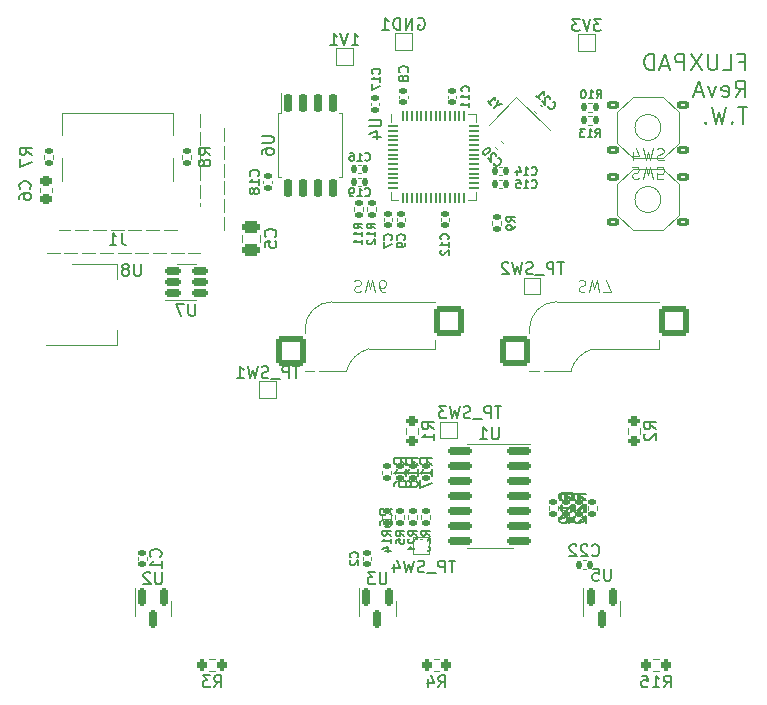
<source format=gbr>
%TF.GenerationSoftware,KiCad,Pcbnew,7.0.1*%
%TF.CreationDate,2023-07-01T02:03:31-04:00*%
%TF.ProjectId,Fluxpad,466c7578-7061-4642-9e6b-696361645f70,rev?*%
%TF.SameCoordinates,Original*%
%TF.FileFunction,Legend,Bot*%
%TF.FilePolarity,Positive*%
%FSLAX46Y46*%
G04 Gerber Fmt 4.6, Leading zero omitted, Abs format (unit mm)*
G04 Created by KiCad (PCBNEW 7.0.1) date 2023-07-01 02:03:31*
%MOMM*%
%LPD*%
G01*
G04 APERTURE LIST*
G04 Aperture macros list*
%AMRoundRect*
0 Rectangle with rounded corners*
0 $1 Rounding radius*
0 $2 $3 $4 $5 $6 $7 $8 $9 X,Y pos of 4 corners*
0 Add a 4 corners polygon primitive as box body*
4,1,4,$2,$3,$4,$5,$6,$7,$8,$9,$2,$3,0*
0 Add four circle primitives for the rounded corners*
1,1,$1+$1,$2,$3*
1,1,$1+$1,$4,$5*
1,1,$1+$1,$6,$7*
1,1,$1+$1,$8,$9*
0 Add four rect primitives between the rounded corners*
20,1,$1+$1,$2,$3,$4,$5,0*
20,1,$1+$1,$4,$5,$6,$7,0*
20,1,$1+$1,$6,$7,$8,$9,0*
20,1,$1+$1,$8,$9,$2,$3,0*%
%AMRotRect*
0 Rectangle, with rotation*
0 The origin of the aperture is its center*
0 $1 length*
0 $2 width*
0 $3 Rotation angle, in degrees counterclockwise*
0 Add horizontal line*
21,1,$1,$2,0,0,$3*%
G04 Aperture macros list end*
%ADD10C,0.100000*%
%ADD11C,0.200000*%
%ADD12C,0.150000*%
%ADD13C,0.120000*%
%ADD14C,1.750000*%
%ADD15C,4.000000*%
%ADD16C,2.200000*%
%ADD17C,1.300000*%
%ADD18R,2.000000X2.000000*%
%ADD19C,2.000000*%
%ADD20C,2.800000*%
%ADD21R,1.000000X1.000000*%
%ADD22O,1.000000X1.000000*%
%ADD23RoundRect,0.135000X-0.185000X0.135000X-0.185000X-0.135000X0.185000X-0.135000X0.185000X0.135000X0*%
%ADD24RoundRect,0.150000X0.350000X0.225000X-0.350000X0.225000X-0.350000X-0.225000X0.350000X-0.225000X0*%
%ADD25RoundRect,0.200000X0.275000X-0.200000X0.275000X0.200000X-0.275000X0.200000X-0.275000X-0.200000X0*%
%ADD26RoundRect,0.135000X0.135000X0.185000X-0.135000X0.185000X-0.135000X-0.185000X0.135000X-0.185000X0*%
%ADD27RoundRect,0.140000X0.170000X-0.140000X0.170000X0.140000X-0.170000X0.140000X-0.170000X-0.140000X0*%
%ADD28RoundRect,0.140000X0.219203X0.021213X0.021213X0.219203X-0.219203X-0.021213X-0.021213X-0.219203X0*%
%ADD29RoundRect,0.225000X0.250000X-0.225000X0.250000X0.225000X-0.250000X0.225000X-0.250000X-0.225000X0*%
%ADD30C,0.650000*%
%ADD31R,0.600000X1.450000*%
%ADD32R,0.300000X1.450000*%
%ADD33O,1.000000X1.600000*%
%ADD34O,1.000000X2.100000*%
%ADD35RoundRect,0.135000X0.185000X-0.135000X0.185000X0.135000X-0.185000X0.135000X-0.185000X-0.135000X0*%
%ADD36RoundRect,0.140000X-0.170000X0.140000X-0.170000X-0.140000X0.170000X-0.140000X0.170000X0.140000X0*%
%ADD37RoundRect,0.050000X-0.050000X0.387500X-0.050000X-0.387500X0.050000X-0.387500X0.050000X0.387500X0*%
%ADD38RoundRect,0.050000X-0.387500X0.050000X-0.387500X-0.050000X0.387500X-0.050000X0.387500X0.050000X0*%
%ADD39R,3.200000X3.200000*%
%ADD40RoundRect,0.200000X-0.200000X-0.275000X0.200000X-0.275000X0.200000X0.275000X-0.200000X0.275000X0*%
%ADD41RoundRect,0.140000X0.140000X0.170000X-0.140000X0.170000X-0.140000X-0.170000X0.140000X-0.170000X0*%
%ADD42RoundRect,0.150000X-0.150000X0.587500X-0.150000X-0.587500X0.150000X-0.587500X0.150000X0.587500X0*%
%ADD43R,2.000000X1.500000*%
%ADD44R,2.000000X3.800000*%
%ADD45RoundRect,0.150000X0.825000X0.150000X-0.825000X0.150000X-0.825000X-0.150000X0.825000X-0.150000X0*%
%ADD46C,3.000000*%
%ADD47RoundRect,0.250000X-1.000000X-1.025000X1.000000X-1.025000X1.000000X1.025000X-1.000000X1.025000X0*%
%ADD48RotRect,1.400000X1.200000X315.000000*%
%ADD49RoundRect,0.140000X-0.140000X-0.170000X0.140000X-0.170000X0.140000X0.170000X-0.140000X0.170000X0*%
%ADD50RoundRect,0.250000X0.475000X-0.250000X0.475000X0.250000X-0.475000X0.250000X-0.475000X-0.250000X0*%
%ADD51RoundRect,0.150000X-0.512500X-0.150000X0.512500X-0.150000X0.512500X0.150000X-0.512500X0.150000X0*%
%ADD52RoundRect,0.150000X-0.150000X0.650000X-0.150000X-0.650000X0.150000X-0.650000X0.150000X0.650000X0*%
%ADD53RoundRect,0.150000X-0.350000X-0.225000X0.350000X-0.225000X0.350000X0.225000X-0.350000X0.225000X0*%
%ADD54RoundRect,0.140000X-0.219203X-0.021213X-0.021213X-0.219203X0.219203X0.021213X0.021213X0.219203X0*%
G04 APERTURE END LIST*
D10*
X147000000Y-97150000D02*
X147000000Y-96050000D01*
X147000000Y-95650000D02*
X147000000Y-94550000D01*
X147000000Y-94150000D02*
X147000000Y-93050000D01*
X147000000Y-92650000D02*
X147000000Y-91550000D01*
X147000000Y-91150000D02*
X147000000Y-90050000D01*
X147000000Y-89650000D02*
X147000000Y-88550000D01*
X145000000Y-87350742D02*
X145000000Y-88450742D01*
X145000000Y-88850742D02*
X145000000Y-89950742D01*
X145000000Y-90350742D02*
X145000000Y-91450742D01*
X145000000Y-91850742D02*
X145000000Y-92950742D01*
X145000000Y-93350742D02*
X145000000Y-94450742D01*
X145000000Y-94850742D02*
X145000000Y-95150000D01*
X132000000Y-99150000D02*
X133100000Y-99150000D01*
X133500000Y-99150000D02*
X134600000Y-99150000D01*
X135000000Y-99150000D02*
X136100000Y-99150000D01*
X136500000Y-99150000D02*
X137600000Y-99150000D01*
X138000000Y-99150000D02*
X139100000Y-99150000D01*
X139500000Y-99150000D02*
X140600000Y-99150000D01*
X141000000Y-99150000D02*
X142100000Y-99150000D01*
X142500000Y-99150000D02*
X143600000Y-99150000D01*
X144000000Y-99150000D02*
X145000000Y-99150000D01*
X143000000Y-97150000D02*
X141900000Y-97150000D01*
X141500000Y-97150000D02*
X140400000Y-97150000D01*
X140000000Y-97150000D02*
X138900000Y-97150000D01*
X138500000Y-97150000D02*
X137400000Y-97150000D01*
X137000000Y-97150000D02*
X135900000Y-97150000D01*
X135500000Y-97150000D02*
X134400000Y-97150000D01*
X134000000Y-97150000D02*
X133000000Y-97150000D01*
D11*
X190650000Y-82921333D02*
X191116666Y-82921333D01*
X191116666Y-83654666D02*
X191116666Y-82254666D01*
X191116666Y-82254666D02*
X190450000Y-82254666D01*
X189250000Y-83654666D02*
X189916666Y-83654666D01*
X189916666Y-83654666D02*
X189916666Y-82254666D01*
X188783333Y-82254666D02*
X188783333Y-83388000D01*
X188783333Y-83388000D02*
X188716667Y-83521333D01*
X188716667Y-83521333D02*
X188650000Y-83588000D01*
X188650000Y-83588000D02*
X188516667Y-83654666D01*
X188516667Y-83654666D02*
X188250000Y-83654666D01*
X188250000Y-83654666D02*
X188116667Y-83588000D01*
X188116667Y-83588000D02*
X188050000Y-83521333D01*
X188050000Y-83521333D02*
X187983333Y-83388000D01*
X187983333Y-83388000D02*
X187983333Y-82254666D01*
X187450000Y-82254666D02*
X186516666Y-83654666D01*
X186516666Y-82254666D02*
X187450000Y-83654666D01*
X185983333Y-83654666D02*
X185983333Y-82254666D01*
X185983333Y-82254666D02*
X185450000Y-82254666D01*
X185450000Y-82254666D02*
X185316667Y-82321333D01*
X185316667Y-82321333D02*
X185250000Y-82388000D01*
X185250000Y-82388000D02*
X185183333Y-82521333D01*
X185183333Y-82521333D02*
X185183333Y-82721333D01*
X185183333Y-82721333D02*
X185250000Y-82854666D01*
X185250000Y-82854666D02*
X185316667Y-82921333D01*
X185316667Y-82921333D02*
X185450000Y-82988000D01*
X185450000Y-82988000D02*
X185983333Y-82988000D01*
X184650000Y-83254666D02*
X183983333Y-83254666D01*
X184783333Y-83654666D02*
X184316667Y-82254666D01*
X184316667Y-82254666D02*
X183850000Y-83654666D01*
X183383333Y-83654666D02*
X183383333Y-82254666D01*
X183383333Y-82254666D02*
X183050000Y-82254666D01*
X183050000Y-82254666D02*
X182850000Y-82321333D01*
X182850000Y-82321333D02*
X182716667Y-82454666D01*
X182716667Y-82454666D02*
X182650000Y-82588000D01*
X182650000Y-82588000D02*
X182583333Y-82854666D01*
X182583333Y-82854666D02*
X182583333Y-83054666D01*
X182583333Y-83054666D02*
X182650000Y-83321333D01*
X182650000Y-83321333D02*
X182716667Y-83454666D01*
X182716667Y-83454666D02*
X182850000Y-83588000D01*
X182850000Y-83588000D02*
X183050000Y-83654666D01*
X183050000Y-83654666D02*
X183383333Y-83654666D01*
X190316666Y-85922666D02*
X190783333Y-85256000D01*
X191116666Y-85922666D02*
X191116666Y-84522666D01*
X191116666Y-84522666D02*
X190583333Y-84522666D01*
X190583333Y-84522666D02*
X190450000Y-84589333D01*
X190450000Y-84589333D02*
X190383333Y-84656000D01*
X190383333Y-84656000D02*
X190316666Y-84789333D01*
X190316666Y-84789333D02*
X190316666Y-84989333D01*
X190316666Y-84989333D02*
X190383333Y-85122666D01*
X190383333Y-85122666D02*
X190450000Y-85189333D01*
X190450000Y-85189333D02*
X190583333Y-85256000D01*
X190583333Y-85256000D02*
X191116666Y-85256000D01*
X189183333Y-85856000D02*
X189316666Y-85922666D01*
X189316666Y-85922666D02*
X189583333Y-85922666D01*
X189583333Y-85922666D02*
X189716666Y-85856000D01*
X189716666Y-85856000D02*
X189783333Y-85722666D01*
X189783333Y-85722666D02*
X189783333Y-85189333D01*
X189783333Y-85189333D02*
X189716666Y-85056000D01*
X189716666Y-85056000D02*
X189583333Y-84989333D01*
X189583333Y-84989333D02*
X189316666Y-84989333D01*
X189316666Y-84989333D02*
X189183333Y-85056000D01*
X189183333Y-85056000D02*
X189116666Y-85189333D01*
X189116666Y-85189333D02*
X189116666Y-85322666D01*
X189116666Y-85322666D02*
X189783333Y-85456000D01*
X188650000Y-84989333D02*
X188316666Y-85922666D01*
X188316666Y-85922666D02*
X187983333Y-84989333D01*
X187516666Y-85522666D02*
X186849999Y-85522666D01*
X187649999Y-85922666D02*
X187183333Y-84522666D01*
X187183333Y-84522666D02*
X186716666Y-85922666D01*
X191316666Y-86790666D02*
X190516666Y-86790666D01*
X190916666Y-88190666D02*
X190916666Y-86790666D01*
X190049999Y-88057333D02*
X189983333Y-88124000D01*
X189983333Y-88124000D02*
X190049999Y-88190666D01*
X190049999Y-88190666D02*
X190116666Y-88124000D01*
X190116666Y-88124000D02*
X190049999Y-88057333D01*
X190049999Y-88057333D02*
X190049999Y-88190666D01*
X189516666Y-86790666D02*
X189183332Y-88190666D01*
X189183332Y-88190666D02*
X188916666Y-87190666D01*
X188916666Y-87190666D02*
X188649999Y-88190666D01*
X188649999Y-88190666D02*
X188316666Y-86790666D01*
X187783332Y-88057333D02*
X187716666Y-88124000D01*
X187716666Y-88124000D02*
X187783332Y-88190666D01*
X187783332Y-88190666D02*
X187849999Y-88124000D01*
X187849999Y-88124000D02*
X187783332Y-88057333D01*
X187783332Y-88057333D02*
X187783332Y-88190666D01*
D12*
%TO.C,R14*%
X161123833Y-123049999D02*
X160790500Y-122816666D01*
X161123833Y-122649999D02*
X160423833Y-122649999D01*
X160423833Y-122649999D02*
X160423833Y-122916666D01*
X160423833Y-122916666D02*
X160457166Y-122983333D01*
X160457166Y-122983333D02*
X160490500Y-123016666D01*
X160490500Y-123016666D02*
X160557166Y-123049999D01*
X160557166Y-123049999D02*
X160657166Y-123049999D01*
X160657166Y-123049999D02*
X160723833Y-123016666D01*
X160723833Y-123016666D02*
X160757166Y-122983333D01*
X160757166Y-122983333D02*
X160790500Y-122916666D01*
X160790500Y-122916666D02*
X160790500Y-122649999D01*
X161123833Y-123716666D02*
X161123833Y-123316666D01*
X161123833Y-123516666D02*
X160423833Y-123516666D01*
X160423833Y-123516666D02*
X160523833Y-123449999D01*
X160523833Y-123449999D02*
X160590500Y-123383333D01*
X160590500Y-123383333D02*
X160623833Y-123316666D01*
X160657166Y-124316666D02*
X161123833Y-124316666D01*
X160390500Y-124150000D02*
X160890500Y-123983333D01*
X160890500Y-123983333D02*
X160890500Y-124416666D01*
D10*
%TO.C,SW4*%
X184233332Y-91215000D02*
X184090475Y-91262619D01*
X184090475Y-91262619D02*
X183852380Y-91262619D01*
X183852380Y-91262619D02*
X183757142Y-91215000D01*
X183757142Y-91215000D02*
X183709523Y-91167380D01*
X183709523Y-91167380D02*
X183661904Y-91072142D01*
X183661904Y-91072142D02*
X183661904Y-90976904D01*
X183661904Y-90976904D02*
X183709523Y-90881666D01*
X183709523Y-90881666D02*
X183757142Y-90834047D01*
X183757142Y-90834047D02*
X183852380Y-90786428D01*
X183852380Y-90786428D02*
X184042856Y-90738809D01*
X184042856Y-90738809D02*
X184138094Y-90691190D01*
X184138094Y-90691190D02*
X184185713Y-90643571D01*
X184185713Y-90643571D02*
X184233332Y-90548333D01*
X184233332Y-90548333D02*
X184233332Y-90453095D01*
X184233332Y-90453095D02*
X184185713Y-90357857D01*
X184185713Y-90357857D02*
X184138094Y-90310238D01*
X184138094Y-90310238D02*
X184042856Y-90262619D01*
X184042856Y-90262619D02*
X183804761Y-90262619D01*
X183804761Y-90262619D02*
X183661904Y-90310238D01*
X183328570Y-90262619D02*
X183090475Y-91262619D01*
X183090475Y-91262619D02*
X182899999Y-90548333D01*
X182899999Y-90548333D02*
X182709523Y-91262619D01*
X182709523Y-91262619D02*
X182471428Y-90262619D01*
X181661904Y-90595952D02*
X181661904Y-91262619D01*
X181899999Y-90215000D02*
X182138094Y-90929285D01*
X182138094Y-90929285D02*
X181519047Y-90929285D01*
D12*
%TO.C,TP_SW4*%
X166590475Y-125162619D02*
X166019047Y-125162619D01*
X166304761Y-126162619D02*
X166304761Y-125162619D01*
X165685713Y-126162619D02*
X165685713Y-125162619D01*
X165685713Y-125162619D02*
X165304761Y-125162619D01*
X165304761Y-125162619D02*
X165209523Y-125210238D01*
X165209523Y-125210238D02*
X165161904Y-125257857D01*
X165161904Y-125257857D02*
X165114285Y-125353095D01*
X165114285Y-125353095D02*
X165114285Y-125495952D01*
X165114285Y-125495952D02*
X165161904Y-125591190D01*
X165161904Y-125591190D02*
X165209523Y-125638809D01*
X165209523Y-125638809D02*
X165304761Y-125686428D01*
X165304761Y-125686428D02*
X165685713Y-125686428D01*
X164923809Y-126257857D02*
X164161904Y-126257857D01*
X163971427Y-126115000D02*
X163828570Y-126162619D01*
X163828570Y-126162619D02*
X163590475Y-126162619D01*
X163590475Y-126162619D02*
X163495237Y-126115000D01*
X163495237Y-126115000D02*
X163447618Y-126067380D01*
X163447618Y-126067380D02*
X163399999Y-125972142D01*
X163399999Y-125972142D02*
X163399999Y-125876904D01*
X163399999Y-125876904D02*
X163447618Y-125781666D01*
X163447618Y-125781666D02*
X163495237Y-125734047D01*
X163495237Y-125734047D02*
X163590475Y-125686428D01*
X163590475Y-125686428D02*
X163780951Y-125638809D01*
X163780951Y-125638809D02*
X163876189Y-125591190D01*
X163876189Y-125591190D02*
X163923808Y-125543571D01*
X163923808Y-125543571D02*
X163971427Y-125448333D01*
X163971427Y-125448333D02*
X163971427Y-125353095D01*
X163971427Y-125353095D02*
X163923808Y-125257857D01*
X163923808Y-125257857D02*
X163876189Y-125210238D01*
X163876189Y-125210238D02*
X163780951Y-125162619D01*
X163780951Y-125162619D02*
X163542856Y-125162619D01*
X163542856Y-125162619D02*
X163399999Y-125210238D01*
X163066665Y-125162619D02*
X162828570Y-126162619D01*
X162828570Y-126162619D02*
X162638094Y-125448333D01*
X162638094Y-125448333D02*
X162447618Y-126162619D01*
X162447618Y-126162619D02*
X162209523Y-125162619D01*
X161399999Y-125495952D02*
X161399999Y-126162619D01*
X161638094Y-125115000D02*
X161876189Y-125829285D01*
X161876189Y-125829285D02*
X161257142Y-125829285D01*
%TO.C,TP_SW1*%
X153390475Y-108714619D02*
X152819047Y-108714619D01*
X153104761Y-109714619D02*
X153104761Y-108714619D01*
X152485713Y-109714619D02*
X152485713Y-108714619D01*
X152485713Y-108714619D02*
X152104761Y-108714619D01*
X152104761Y-108714619D02*
X152009523Y-108762238D01*
X152009523Y-108762238D02*
X151961904Y-108809857D01*
X151961904Y-108809857D02*
X151914285Y-108905095D01*
X151914285Y-108905095D02*
X151914285Y-109047952D01*
X151914285Y-109047952D02*
X151961904Y-109143190D01*
X151961904Y-109143190D02*
X152009523Y-109190809D01*
X152009523Y-109190809D02*
X152104761Y-109238428D01*
X152104761Y-109238428D02*
X152485713Y-109238428D01*
X151723809Y-109809857D02*
X150961904Y-109809857D01*
X150771427Y-109667000D02*
X150628570Y-109714619D01*
X150628570Y-109714619D02*
X150390475Y-109714619D01*
X150390475Y-109714619D02*
X150295237Y-109667000D01*
X150295237Y-109667000D02*
X150247618Y-109619380D01*
X150247618Y-109619380D02*
X150199999Y-109524142D01*
X150199999Y-109524142D02*
X150199999Y-109428904D01*
X150199999Y-109428904D02*
X150247618Y-109333666D01*
X150247618Y-109333666D02*
X150295237Y-109286047D01*
X150295237Y-109286047D02*
X150390475Y-109238428D01*
X150390475Y-109238428D02*
X150580951Y-109190809D01*
X150580951Y-109190809D02*
X150676189Y-109143190D01*
X150676189Y-109143190D02*
X150723808Y-109095571D01*
X150723808Y-109095571D02*
X150771427Y-109000333D01*
X150771427Y-109000333D02*
X150771427Y-108905095D01*
X150771427Y-108905095D02*
X150723808Y-108809857D01*
X150723808Y-108809857D02*
X150676189Y-108762238D01*
X150676189Y-108762238D02*
X150580951Y-108714619D01*
X150580951Y-108714619D02*
X150342856Y-108714619D01*
X150342856Y-108714619D02*
X150199999Y-108762238D01*
X149866665Y-108714619D02*
X149628570Y-109714619D01*
X149628570Y-109714619D02*
X149438094Y-109000333D01*
X149438094Y-109000333D02*
X149247618Y-109714619D01*
X149247618Y-109714619D02*
X149009523Y-108714619D01*
X148104761Y-109714619D02*
X148676189Y-109714619D01*
X148390475Y-109714619D02*
X148390475Y-108714619D01*
X148390475Y-108714619D02*
X148485713Y-108857476D01*
X148485713Y-108857476D02*
X148580951Y-108952714D01*
X148580951Y-108952714D02*
X148676189Y-109000333D01*
%TO.C,R1*%
X164792619Y-114033333D02*
X164316428Y-113700000D01*
X164792619Y-113461905D02*
X163792619Y-113461905D01*
X163792619Y-113461905D02*
X163792619Y-113842857D01*
X163792619Y-113842857D02*
X163840238Y-113938095D01*
X163840238Y-113938095D02*
X163887857Y-113985714D01*
X163887857Y-113985714D02*
X163983095Y-114033333D01*
X163983095Y-114033333D02*
X164125952Y-114033333D01*
X164125952Y-114033333D02*
X164221190Y-113985714D01*
X164221190Y-113985714D02*
X164268809Y-113938095D01*
X164268809Y-113938095D02*
X164316428Y-113842857D01*
X164316428Y-113842857D02*
X164316428Y-113461905D01*
X164792619Y-114985714D02*
X164792619Y-114414286D01*
X164792619Y-114700000D02*
X163792619Y-114700000D01*
X163792619Y-114700000D02*
X163935476Y-114604762D01*
X163935476Y-114604762D02*
X164030714Y-114509524D01*
X164030714Y-114509524D02*
X164078333Y-114414286D01*
%TO.C,R10*%
X178550000Y-86023833D02*
X178783333Y-85690500D01*
X178950000Y-86023833D02*
X178950000Y-85323833D01*
X178950000Y-85323833D02*
X178683333Y-85323833D01*
X178683333Y-85323833D02*
X178616667Y-85357166D01*
X178616667Y-85357166D02*
X178583333Y-85390500D01*
X178583333Y-85390500D02*
X178550000Y-85457166D01*
X178550000Y-85457166D02*
X178550000Y-85557166D01*
X178550000Y-85557166D02*
X178583333Y-85623833D01*
X178583333Y-85623833D02*
X178616667Y-85657166D01*
X178616667Y-85657166D02*
X178683333Y-85690500D01*
X178683333Y-85690500D02*
X178950000Y-85690500D01*
X177883333Y-86023833D02*
X178283333Y-86023833D01*
X178083333Y-86023833D02*
X178083333Y-85323833D01*
X178083333Y-85323833D02*
X178150000Y-85423833D01*
X178150000Y-85423833D02*
X178216667Y-85490500D01*
X178216667Y-85490500D02*
X178283333Y-85523833D01*
X177450000Y-85323833D02*
X177383333Y-85323833D01*
X177383333Y-85323833D02*
X177316666Y-85357166D01*
X177316666Y-85357166D02*
X177283333Y-85390500D01*
X177283333Y-85390500D02*
X177250000Y-85457166D01*
X177250000Y-85457166D02*
X177216666Y-85590500D01*
X177216666Y-85590500D02*
X177216666Y-85757166D01*
X177216666Y-85757166D02*
X177250000Y-85890500D01*
X177250000Y-85890500D02*
X177283333Y-85957166D01*
X177283333Y-85957166D02*
X177316666Y-85990500D01*
X177316666Y-85990500D02*
X177383333Y-86023833D01*
X177383333Y-86023833D02*
X177450000Y-86023833D01*
X177450000Y-86023833D02*
X177516666Y-85990500D01*
X177516666Y-85990500D02*
X177550000Y-85957166D01*
X177550000Y-85957166D02*
X177583333Y-85890500D01*
X177583333Y-85890500D02*
X177616666Y-85757166D01*
X177616666Y-85757166D02*
X177616666Y-85590500D01*
X177616666Y-85590500D02*
X177583333Y-85457166D01*
X177583333Y-85457166D02*
X177550000Y-85390500D01*
X177550000Y-85390500D02*
X177516666Y-85357166D01*
X177516666Y-85357166D02*
X177450000Y-85323833D01*
%TO.C,C2*%
X158307166Y-124883333D02*
X158340500Y-124850000D01*
X158340500Y-124850000D02*
X158373833Y-124750000D01*
X158373833Y-124750000D02*
X158373833Y-124683333D01*
X158373833Y-124683333D02*
X158340500Y-124583333D01*
X158340500Y-124583333D02*
X158273833Y-124516667D01*
X158273833Y-124516667D02*
X158207166Y-124483333D01*
X158207166Y-124483333D02*
X158073833Y-124450000D01*
X158073833Y-124450000D02*
X157973833Y-124450000D01*
X157973833Y-124450000D02*
X157840500Y-124483333D01*
X157840500Y-124483333D02*
X157773833Y-124516667D01*
X157773833Y-124516667D02*
X157707166Y-124583333D01*
X157707166Y-124583333D02*
X157673833Y-124683333D01*
X157673833Y-124683333D02*
X157673833Y-124750000D01*
X157673833Y-124750000D02*
X157707166Y-124850000D01*
X157707166Y-124850000D02*
X157740500Y-124883333D01*
X157740500Y-125150000D02*
X157707166Y-125183333D01*
X157707166Y-125183333D02*
X157673833Y-125250000D01*
X157673833Y-125250000D02*
X157673833Y-125416667D01*
X157673833Y-125416667D02*
X157707166Y-125483333D01*
X157707166Y-125483333D02*
X157740500Y-125516667D01*
X157740500Y-125516667D02*
X157807166Y-125550000D01*
X157807166Y-125550000D02*
X157873833Y-125550000D01*
X157873833Y-125550000D02*
X157973833Y-125516667D01*
X157973833Y-125516667D02*
X158373833Y-125116667D01*
X158373833Y-125116667D02*
X158373833Y-125550000D01*
%TO.C,C21*%
X174436353Y-86700042D02*
X174436353Y-86747183D01*
X174436353Y-86747183D02*
X174483494Y-86841463D01*
X174483494Y-86841463D02*
X174530634Y-86888604D01*
X174530634Y-86888604D02*
X174624915Y-86935744D01*
X174624915Y-86935744D02*
X174719196Y-86935744D01*
X174719196Y-86935744D02*
X174789907Y-86912174D01*
X174789907Y-86912174D02*
X174907758Y-86841463D01*
X174907758Y-86841463D02*
X174978469Y-86770753D01*
X174978469Y-86770753D02*
X175049179Y-86652902D01*
X175049179Y-86652902D02*
X175072750Y-86582191D01*
X175072750Y-86582191D02*
X175072750Y-86487910D01*
X175072750Y-86487910D02*
X175025609Y-86393629D01*
X175025609Y-86393629D02*
X174978469Y-86346489D01*
X174978469Y-86346489D02*
X174884188Y-86299348D01*
X174884188Y-86299348D02*
X174837047Y-86299348D01*
X174648486Y-86110786D02*
X174648486Y-86063646D01*
X174648486Y-86063646D02*
X174624915Y-85992935D01*
X174624915Y-85992935D02*
X174507064Y-85875084D01*
X174507064Y-85875084D02*
X174436353Y-85851514D01*
X174436353Y-85851514D02*
X174389213Y-85851514D01*
X174389213Y-85851514D02*
X174318502Y-85875084D01*
X174318502Y-85875084D02*
X174271362Y-85922225D01*
X174271362Y-85922225D02*
X174224221Y-86016506D01*
X174224221Y-86016506D02*
X174224221Y-86582191D01*
X174224221Y-86582191D02*
X173917809Y-86275778D01*
X173446404Y-85804373D02*
X173729246Y-86087216D01*
X173587825Y-85945795D02*
X174082800Y-85450820D01*
X174082800Y-85450820D02*
X174059230Y-85568671D01*
X174059230Y-85568671D02*
X174059230Y-85662952D01*
X174059230Y-85662952D02*
X174082800Y-85733663D01*
%TO.C,C6*%
X130567380Y-93683333D02*
X130615000Y-93635714D01*
X130615000Y-93635714D02*
X130662619Y-93492857D01*
X130662619Y-93492857D02*
X130662619Y-93397619D01*
X130662619Y-93397619D02*
X130615000Y-93254762D01*
X130615000Y-93254762D02*
X130519761Y-93159524D01*
X130519761Y-93159524D02*
X130424523Y-93111905D01*
X130424523Y-93111905D02*
X130234047Y-93064286D01*
X130234047Y-93064286D02*
X130091190Y-93064286D01*
X130091190Y-93064286D02*
X129900714Y-93111905D01*
X129900714Y-93111905D02*
X129805476Y-93159524D01*
X129805476Y-93159524D02*
X129710238Y-93254762D01*
X129710238Y-93254762D02*
X129662619Y-93397619D01*
X129662619Y-93397619D02*
X129662619Y-93492857D01*
X129662619Y-93492857D02*
X129710238Y-93635714D01*
X129710238Y-93635714D02*
X129757857Y-93683333D01*
X129662619Y-94540476D02*
X129662619Y-94350000D01*
X129662619Y-94350000D02*
X129710238Y-94254762D01*
X129710238Y-94254762D02*
X129757857Y-94207143D01*
X129757857Y-94207143D02*
X129900714Y-94111905D01*
X129900714Y-94111905D02*
X130091190Y-94064286D01*
X130091190Y-94064286D02*
X130472142Y-94064286D01*
X130472142Y-94064286D02*
X130567380Y-94111905D01*
X130567380Y-94111905D02*
X130615000Y-94159524D01*
X130615000Y-94159524D02*
X130662619Y-94254762D01*
X130662619Y-94254762D02*
X130662619Y-94445238D01*
X130662619Y-94445238D02*
X130615000Y-94540476D01*
X130615000Y-94540476D02*
X130567380Y-94588095D01*
X130567380Y-94588095D02*
X130472142Y-94635714D01*
X130472142Y-94635714D02*
X130234047Y-94635714D01*
X130234047Y-94635714D02*
X130138809Y-94588095D01*
X130138809Y-94588095D02*
X130091190Y-94540476D01*
X130091190Y-94540476D02*
X130043571Y-94445238D01*
X130043571Y-94445238D02*
X130043571Y-94254762D01*
X130043571Y-94254762D02*
X130091190Y-94159524D01*
X130091190Y-94159524D02*
X130138809Y-94111905D01*
X130138809Y-94111905D02*
X130234047Y-94064286D01*
%TO.C,R6*%
X161192619Y-121333333D02*
X160716428Y-121000000D01*
X161192619Y-120761905D02*
X160192619Y-120761905D01*
X160192619Y-120761905D02*
X160192619Y-121142857D01*
X160192619Y-121142857D02*
X160240238Y-121238095D01*
X160240238Y-121238095D02*
X160287857Y-121285714D01*
X160287857Y-121285714D02*
X160383095Y-121333333D01*
X160383095Y-121333333D02*
X160525952Y-121333333D01*
X160525952Y-121333333D02*
X160621190Y-121285714D01*
X160621190Y-121285714D02*
X160668809Y-121238095D01*
X160668809Y-121238095D02*
X160716428Y-121142857D01*
X160716428Y-121142857D02*
X160716428Y-120761905D01*
X160192619Y-122190476D02*
X160192619Y-122000000D01*
X160192619Y-122000000D02*
X160240238Y-121904762D01*
X160240238Y-121904762D02*
X160287857Y-121857143D01*
X160287857Y-121857143D02*
X160430714Y-121761905D01*
X160430714Y-121761905D02*
X160621190Y-121714286D01*
X160621190Y-121714286D02*
X161002142Y-121714286D01*
X161002142Y-121714286D02*
X161097380Y-121761905D01*
X161097380Y-121761905D02*
X161145000Y-121809524D01*
X161145000Y-121809524D02*
X161192619Y-121904762D01*
X161192619Y-121904762D02*
X161192619Y-122095238D01*
X161192619Y-122095238D02*
X161145000Y-122190476D01*
X161145000Y-122190476D02*
X161097380Y-122238095D01*
X161097380Y-122238095D02*
X161002142Y-122285714D01*
X161002142Y-122285714D02*
X160764047Y-122285714D01*
X160764047Y-122285714D02*
X160668809Y-122238095D01*
X160668809Y-122238095D02*
X160621190Y-122190476D01*
X160621190Y-122190476D02*
X160573571Y-122095238D01*
X160573571Y-122095238D02*
X160573571Y-121904762D01*
X160573571Y-121904762D02*
X160621190Y-121809524D01*
X160621190Y-121809524D02*
X160668809Y-121761905D01*
X160668809Y-121761905D02*
X160764047Y-121714286D01*
%TO.C,R18*%
X163392619Y-117057142D02*
X162916428Y-116723809D01*
X163392619Y-116485714D02*
X162392619Y-116485714D01*
X162392619Y-116485714D02*
X162392619Y-116866666D01*
X162392619Y-116866666D02*
X162440238Y-116961904D01*
X162440238Y-116961904D02*
X162487857Y-117009523D01*
X162487857Y-117009523D02*
X162583095Y-117057142D01*
X162583095Y-117057142D02*
X162725952Y-117057142D01*
X162725952Y-117057142D02*
X162821190Y-117009523D01*
X162821190Y-117009523D02*
X162868809Y-116961904D01*
X162868809Y-116961904D02*
X162916428Y-116866666D01*
X162916428Y-116866666D02*
X162916428Y-116485714D01*
X163392619Y-118009523D02*
X163392619Y-117438095D01*
X163392619Y-117723809D02*
X162392619Y-117723809D01*
X162392619Y-117723809D02*
X162535476Y-117628571D01*
X162535476Y-117628571D02*
X162630714Y-117533333D01*
X162630714Y-117533333D02*
X162678333Y-117438095D01*
X162821190Y-118580952D02*
X162773571Y-118485714D01*
X162773571Y-118485714D02*
X162725952Y-118438095D01*
X162725952Y-118438095D02*
X162630714Y-118390476D01*
X162630714Y-118390476D02*
X162583095Y-118390476D01*
X162583095Y-118390476D02*
X162487857Y-118438095D01*
X162487857Y-118438095D02*
X162440238Y-118485714D01*
X162440238Y-118485714D02*
X162392619Y-118580952D01*
X162392619Y-118580952D02*
X162392619Y-118771428D01*
X162392619Y-118771428D02*
X162440238Y-118866666D01*
X162440238Y-118866666D02*
X162487857Y-118914285D01*
X162487857Y-118914285D02*
X162583095Y-118961904D01*
X162583095Y-118961904D02*
X162630714Y-118961904D01*
X162630714Y-118961904D02*
X162725952Y-118914285D01*
X162725952Y-118914285D02*
X162773571Y-118866666D01*
X162773571Y-118866666D02*
X162821190Y-118771428D01*
X162821190Y-118771428D02*
X162821190Y-118580952D01*
X162821190Y-118580952D02*
X162868809Y-118485714D01*
X162868809Y-118485714D02*
X162916428Y-118438095D01*
X162916428Y-118438095D02*
X163011666Y-118390476D01*
X163011666Y-118390476D02*
X163202142Y-118390476D01*
X163202142Y-118390476D02*
X163297380Y-118438095D01*
X163297380Y-118438095D02*
X163345000Y-118485714D01*
X163345000Y-118485714D02*
X163392619Y-118580952D01*
X163392619Y-118580952D02*
X163392619Y-118771428D01*
X163392619Y-118771428D02*
X163345000Y-118866666D01*
X163345000Y-118866666D02*
X163297380Y-118914285D01*
X163297380Y-118914285D02*
X163202142Y-118961904D01*
X163202142Y-118961904D02*
X163011666Y-118961904D01*
X163011666Y-118961904D02*
X162916428Y-118914285D01*
X162916428Y-118914285D02*
X162868809Y-118866666D01*
X162868809Y-118866666D02*
X162821190Y-118771428D01*
%TO.C,J1*%
X138333333Y-97412619D02*
X138333333Y-98126904D01*
X138333333Y-98126904D02*
X138380952Y-98269761D01*
X138380952Y-98269761D02*
X138476190Y-98365000D01*
X138476190Y-98365000D02*
X138619047Y-98412619D01*
X138619047Y-98412619D02*
X138714285Y-98412619D01*
X137333333Y-98412619D02*
X137904761Y-98412619D01*
X137619047Y-98412619D02*
X137619047Y-97412619D01*
X137619047Y-97412619D02*
X137714285Y-97555476D01*
X137714285Y-97555476D02*
X137809523Y-97650714D01*
X137809523Y-97650714D02*
X137904761Y-97698333D01*
%TO.C,R16*%
X162432619Y-117057142D02*
X161956428Y-116723809D01*
X162432619Y-116485714D02*
X161432619Y-116485714D01*
X161432619Y-116485714D02*
X161432619Y-116866666D01*
X161432619Y-116866666D02*
X161480238Y-116961904D01*
X161480238Y-116961904D02*
X161527857Y-117009523D01*
X161527857Y-117009523D02*
X161623095Y-117057142D01*
X161623095Y-117057142D02*
X161765952Y-117057142D01*
X161765952Y-117057142D02*
X161861190Y-117009523D01*
X161861190Y-117009523D02*
X161908809Y-116961904D01*
X161908809Y-116961904D02*
X161956428Y-116866666D01*
X161956428Y-116866666D02*
X161956428Y-116485714D01*
X162432619Y-118009523D02*
X162432619Y-117438095D01*
X162432619Y-117723809D02*
X161432619Y-117723809D01*
X161432619Y-117723809D02*
X161575476Y-117628571D01*
X161575476Y-117628571D02*
X161670714Y-117533333D01*
X161670714Y-117533333D02*
X161718333Y-117438095D01*
X161432619Y-118866666D02*
X161432619Y-118676190D01*
X161432619Y-118676190D02*
X161480238Y-118580952D01*
X161480238Y-118580952D02*
X161527857Y-118533333D01*
X161527857Y-118533333D02*
X161670714Y-118438095D01*
X161670714Y-118438095D02*
X161861190Y-118390476D01*
X161861190Y-118390476D02*
X162242142Y-118390476D01*
X162242142Y-118390476D02*
X162337380Y-118438095D01*
X162337380Y-118438095D02*
X162385000Y-118485714D01*
X162385000Y-118485714D02*
X162432619Y-118580952D01*
X162432619Y-118580952D02*
X162432619Y-118771428D01*
X162432619Y-118771428D02*
X162385000Y-118866666D01*
X162385000Y-118866666D02*
X162337380Y-118914285D01*
X162337380Y-118914285D02*
X162242142Y-118961904D01*
X162242142Y-118961904D02*
X162004047Y-118961904D01*
X162004047Y-118961904D02*
X161908809Y-118914285D01*
X161908809Y-118914285D02*
X161861190Y-118866666D01*
X161861190Y-118866666D02*
X161813571Y-118771428D01*
X161813571Y-118771428D02*
X161813571Y-118580952D01*
X161813571Y-118580952D02*
X161861190Y-118485714D01*
X161861190Y-118485714D02*
X161908809Y-118438095D01*
X161908809Y-118438095D02*
X162004047Y-118390476D01*
%TO.C,C9*%
X162257166Y-97983333D02*
X162290500Y-97950000D01*
X162290500Y-97950000D02*
X162323833Y-97850000D01*
X162323833Y-97850000D02*
X162323833Y-97783333D01*
X162323833Y-97783333D02*
X162290500Y-97683333D01*
X162290500Y-97683333D02*
X162223833Y-97616667D01*
X162223833Y-97616667D02*
X162157166Y-97583333D01*
X162157166Y-97583333D02*
X162023833Y-97550000D01*
X162023833Y-97550000D02*
X161923833Y-97550000D01*
X161923833Y-97550000D02*
X161790500Y-97583333D01*
X161790500Y-97583333D02*
X161723833Y-97616667D01*
X161723833Y-97616667D02*
X161657166Y-97683333D01*
X161657166Y-97683333D02*
X161623833Y-97783333D01*
X161623833Y-97783333D02*
X161623833Y-97850000D01*
X161623833Y-97850000D02*
X161657166Y-97950000D01*
X161657166Y-97950000D02*
X161690500Y-97983333D01*
X162323833Y-98316667D02*
X162323833Y-98450000D01*
X162323833Y-98450000D02*
X162290500Y-98516667D01*
X162290500Y-98516667D02*
X162257166Y-98550000D01*
X162257166Y-98550000D02*
X162157166Y-98616667D01*
X162157166Y-98616667D02*
X162023833Y-98650000D01*
X162023833Y-98650000D02*
X161757166Y-98650000D01*
X161757166Y-98650000D02*
X161690500Y-98616667D01*
X161690500Y-98616667D02*
X161657166Y-98583333D01*
X161657166Y-98583333D02*
X161623833Y-98516667D01*
X161623833Y-98516667D02*
X161623833Y-98383333D01*
X161623833Y-98383333D02*
X161657166Y-98316667D01*
X161657166Y-98316667D02*
X161690500Y-98283333D01*
X161690500Y-98283333D02*
X161757166Y-98250000D01*
X161757166Y-98250000D02*
X161923833Y-98250000D01*
X161923833Y-98250000D02*
X161990500Y-98283333D01*
X161990500Y-98283333D02*
X162023833Y-98316667D01*
X162023833Y-98316667D02*
X162057166Y-98383333D01*
X162057166Y-98383333D02*
X162057166Y-98516667D01*
X162057166Y-98516667D02*
X162023833Y-98583333D01*
X162023833Y-98583333D02*
X161990500Y-98616667D01*
X161990500Y-98616667D02*
X161923833Y-98650000D01*
%TO.C,R2*%
X183592619Y-114033333D02*
X183116428Y-113700000D01*
X183592619Y-113461905D02*
X182592619Y-113461905D01*
X182592619Y-113461905D02*
X182592619Y-113842857D01*
X182592619Y-113842857D02*
X182640238Y-113938095D01*
X182640238Y-113938095D02*
X182687857Y-113985714D01*
X182687857Y-113985714D02*
X182783095Y-114033333D01*
X182783095Y-114033333D02*
X182925952Y-114033333D01*
X182925952Y-114033333D02*
X183021190Y-113985714D01*
X183021190Y-113985714D02*
X183068809Y-113938095D01*
X183068809Y-113938095D02*
X183116428Y-113842857D01*
X183116428Y-113842857D02*
X183116428Y-113461905D01*
X182687857Y-114414286D02*
X182640238Y-114461905D01*
X182640238Y-114461905D02*
X182592619Y-114557143D01*
X182592619Y-114557143D02*
X182592619Y-114795238D01*
X182592619Y-114795238D02*
X182640238Y-114890476D01*
X182640238Y-114890476D02*
X182687857Y-114938095D01*
X182687857Y-114938095D02*
X182783095Y-114985714D01*
X182783095Y-114985714D02*
X182878333Y-114985714D01*
X182878333Y-114985714D02*
X183021190Y-114938095D01*
X183021190Y-114938095D02*
X183592619Y-114366667D01*
X183592619Y-114366667D02*
X183592619Y-114985714D01*
%TO.C,U4*%
X159312619Y-87838095D02*
X160122142Y-87838095D01*
X160122142Y-87838095D02*
X160217380Y-87885714D01*
X160217380Y-87885714D02*
X160265000Y-87933333D01*
X160265000Y-87933333D02*
X160312619Y-88028571D01*
X160312619Y-88028571D02*
X160312619Y-88219047D01*
X160312619Y-88219047D02*
X160265000Y-88314285D01*
X160265000Y-88314285D02*
X160217380Y-88361904D01*
X160217380Y-88361904D02*
X160122142Y-88409523D01*
X160122142Y-88409523D02*
X159312619Y-88409523D01*
X159645952Y-89314285D02*
X160312619Y-89314285D01*
X159265000Y-89076190D02*
X159979285Y-88838095D01*
X159979285Y-88838095D02*
X159979285Y-89457142D01*
%TO.C,R15*%
X184242857Y-135898252D02*
X184576190Y-135422061D01*
X184814285Y-135898252D02*
X184814285Y-134898252D01*
X184814285Y-134898252D02*
X184433333Y-134898252D01*
X184433333Y-134898252D02*
X184338095Y-134945871D01*
X184338095Y-134945871D02*
X184290476Y-134993490D01*
X184290476Y-134993490D02*
X184242857Y-135088728D01*
X184242857Y-135088728D02*
X184242857Y-135231585D01*
X184242857Y-135231585D02*
X184290476Y-135326823D01*
X184290476Y-135326823D02*
X184338095Y-135374442D01*
X184338095Y-135374442D02*
X184433333Y-135422061D01*
X184433333Y-135422061D02*
X184814285Y-135422061D01*
X183290476Y-135898252D02*
X183861904Y-135898252D01*
X183576190Y-135898252D02*
X183576190Y-134898252D01*
X183576190Y-134898252D02*
X183671428Y-135041109D01*
X183671428Y-135041109D02*
X183766666Y-135136347D01*
X183766666Y-135136347D02*
X183861904Y-135183966D01*
X182385714Y-134898252D02*
X182861904Y-134898252D01*
X182861904Y-134898252D02*
X182909523Y-135374442D01*
X182909523Y-135374442D02*
X182861904Y-135326823D01*
X182861904Y-135326823D02*
X182766666Y-135279204D01*
X182766666Y-135279204D02*
X182528571Y-135279204D01*
X182528571Y-135279204D02*
X182433333Y-135326823D01*
X182433333Y-135326823D02*
X182385714Y-135374442D01*
X182385714Y-135374442D02*
X182338095Y-135469680D01*
X182338095Y-135469680D02*
X182338095Y-135707775D01*
X182338095Y-135707775D02*
X182385714Y-135803013D01*
X182385714Y-135803013D02*
X182433333Y-135850633D01*
X182433333Y-135850633D02*
X182528571Y-135898252D01*
X182528571Y-135898252D02*
X182766666Y-135898252D01*
X182766666Y-135898252D02*
X182861904Y-135850633D01*
X182861904Y-135850633D02*
X182909523Y-135803013D01*
%TO.C,C19*%
X158950000Y-94257166D02*
X158983333Y-94290500D01*
X158983333Y-94290500D02*
X159083333Y-94323833D01*
X159083333Y-94323833D02*
X159150000Y-94323833D01*
X159150000Y-94323833D02*
X159250000Y-94290500D01*
X159250000Y-94290500D02*
X159316667Y-94223833D01*
X159316667Y-94223833D02*
X159350000Y-94157166D01*
X159350000Y-94157166D02*
X159383333Y-94023833D01*
X159383333Y-94023833D02*
X159383333Y-93923833D01*
X159383333Y-93923833D02*
X159350000Y-93790500D01*
X159350000Y-93790500D02*
X159316667Y-93723833D01*
X159316667Y-93723833D02*
X159250000Y-93657166D01*
X159250000Y-93657166D02*
X159150000Y-93623833D01*
X159150000Y-93623833D02*
X159083333Y-93623833D01*
X159083333Y-93623833D02*
X158983333Y-93657166D01*
X158983333Y-93657166D02*
X158950000Y-93690500D01*
X158283333Y-94323833D02*
X158683333Y-94323833D01*
X158483333Y-94323833D02*
X158483333Y-93623833D01*
X158483333Y-93623833D02*
X158550000Y-93723833D01*
X158550000Y-93723833D02*
X158616667Y-93790500D01*
X158616667Y-93790500D02*
X158683333Y-93823833D01*
X157950000Y-94323833D02*
X157816666Y-94323833D01*
X157816666Y-94323833D02*
X157750000Y-94290500D01*
X157750000Y-94290500D02*
X157716666Y-94257166D01*
X157716666Y-94257166D02*
X157650000Y-94157166D01*
X157650000Y-94157166D02*
X157616666Y-94023833D01*
X157616666Y-94023833D02*
X157616666Y-93757166D01*
X157616666Y-93757166D02*
X157650000Y-93690500D01*
X157650000Y-93690500D02*
X157683333Y-93657166D01*
X157683333Y-93657166D02*
X157750000Y-93623833D01*
X157750000Y-93623833D02*
X157883333Y-93623833D01*
X157883333Y-93623833D02*
X157950000Y-93657166D01*
X157950000Y-93657166D02*
X157983333Y-93690500D01*
X157983333Y-93690500D02*
X158016666Y-93757166D01*
X158016666Y-93757166D02*
X158016666Y-93923833D01*
X158016666Y-93923833D02*
X157983333Y-93990500D01*
X157983333Y-93990500D02*
X157950000Y-94023833D01*
X157950000Y-94023833D02*
X157883333Y-94057166D01*
X157883333Y-94057166D02*
X157750000Y-94057166D01*
X157750000Y-94057166D02*
X157683333Y-94023833D01*
X157683333Y-94023833D02*
X157650000Y-93990500D01*
X157650000Y-93990500D02*
X157616666Y-93923833D01*
%TO.C,R23*%
X164423833Y-123049999D02*
X164090500Y-122816666D01*
X164423833Y-122649999D02*
X163723833Y-122649999D01*
X163723833Y-122649999D02*
X163723833Y-122916666D01*
X163723833Y-122916666D02*
X163757166Y-122983333D01*
X163757166Y-122983333D02*
X163790500Y-123016666D01*
X163790500Y-123016666D02*
X163857166Y-123049999D01*
X163857166Y-123049999D02*
X163957166Y-123049999D01*
X163957166Y-123049999D02*
X164023833Y-123016666D01*
X164023833Y-123016666D02*
X164057166Y-122983333D01*
X164057166Y-122983333D02*
X164090500Y-122916666D01*
X164090500Y-122916666D02*
X164090500Y-122649999D01*
X163790500Y-123316666D02*
X163757166Y-123349999D01*
X163757166Y-123349999D02*
X163723833Y-123416666D01*
X163723833Y-123416666D02*
X163723833Y-123583333D01*
X163723833Y-123583333D02*
X163757166Y-123649999D01*
X163757166Y-123649999D02*
X163790500Y-123683333D01*
X163790500Y-123683333D02*
X163857166Y-123716666D01*
X163857166Y-123716666D02*
X163923833Y-123716666D01*
X163923833Y-123716666D02*
X164023833Y-123683333D01*
X164023833Y-123683333D02*
X164423833Y-123283333D01*
X164423833Y-123283333D02*
X164423833Y-123716666D01*
X163723833Y-123950000D02*
X163723833Y-124383333D01*
X163723833Y-124383333D02*
X163990500Y-124150000D01*
X163990500Y-124150000D02*
X163990500Y-124250000D01*
X163990500Y-124250000D02*
X164023833Y-124316666D01*
X164023833Y-124316666D02*
X164057166Y-124350000D01*
X164057166Y-124350000D02*
X164123833Y-124383333D01*
X164123833Y-124383333D02*
X164290500Y-124383333D01*
X164290500Y-124383333D02*
X164357166Y-124350000D01*
X164357166Y-124350000D02*
X164390500Y-124316666D01*
X164390500Y-124316666D02*
X164423833Y-124250000D01*
X164423833Y-124250000D02*
X164423833Y-124050000D01*
X164423833Y-124050000D02*
X164390500Y-123983333D01*
X164390500Y-123983333D02*
X164357166Y-123950000D01*
%TO.C,U2*%
X141761904Y-126162619D02*
X141761904Y-126972142D01*
X141761904Y-126972142D02*
X141714285Y-127067380D01*
X141714285Y-127067380D02*
X141666666Y-127115000D01*
X141666666Y-127115000D02*
X141571428Y-127162619D01*
X141571428Y-127162619D02*
X141380952Y-127162619D01*
X141380952Y-127162619D02*
X141285714Y-127115000D01*
X141285714Y-127115000D02*
X141238095Y-127067380D01*
X141238095Y-127067380D02*
X141190476Y-126972142D01*
X141190476Y-126972142D02*
X141190476Y-126162619D01*
X140761904Y-126257857D02*
X140714285Y-126210238D01*
X140714285Y-126210238D02*
X140619047Y-126162619D01*
X140619047Y-126162619D02*
X140380952Y-126162619D01*
X140380952Y-126162619D02*
X140285714Y-126210238D01*
X140285714Y-126210238D02*
X140238095Y-126257857D01*
X140238095Y-126257857D02*
X140190476Y-126353095D01*
X140190476Y-126353095D02*
X140190476Y-126448333D01*
X140190476Y-126448333D02*
X140238095Y-126591190D01*
X140238095Y-126591190D02*
X140809523Y-127162619D01*
X140809523Y-127162619D02*
X140190476Y-127162619D01*
%TO.C,C18*%
X149893904Y-92585714D02*
X149932000Y-92547618D01*
X149932000Y-92547618D02*
X149970095Y-92433333D01*
X149970095Y-92433333D02*
X149970095Y-92357142D01*
X149970095Y-92357142D02*
X149932000Y-92242856D01*
X149932000Y-92242856D02*
X149855809Y-92166666D01*
X149855809Y-92166666D02*
X149779619Y-92128571D01*
X149779619Y-92128571D02*
X149627238Y-92090475D01*
X149627238Y-92090475D02*
X149512952Y-92090475D01*
X149512952Y-92090475D02*
X149360571Y-92128571D01*
X149360571Y-92128571D02*
X149284380Y-92166666D01*
X149284380Y-92166666D02*
X149208190Y-92242856D01*
X149208190Y-92242856D02*
X149170095Y-92357142D01*
X149170095Y-92357142D02*
X149170095Y-92433333D01*
X149170095Y-92433333D02*
X149208190Y-92547618D01*
X149208190Y-92547618D02*
X149246285Y-92585714D01*
X149970095Y-93347618D02*
X149970095Y-92890475D01*
X149970095Y-93119047D02*
X149170095Y-93119047D01*
X149170095Y-93119047D02*
X149284380Y-93042856D01*
X149284380Y-93042856D02*
X149360571Y-92966666D01*
X149360571Y-92966666D02*
X149398666Y-92890475D01*
X149512952Y-93804761D02*
X149474857Y-93728571D01*
X149474857Y-93728571D02*
X149436761Y-93690476D01*
X149436761Y-93690476D02*
X149360571Y-93652380D01*
X149360571Y-93652380D02*
X149322476Y-93652380D01*
X149322476Y-93652380D02*
X149246285Y-93690476D01*
X149246285Y-93690476D02*
X149208190Y-93728571D01*
X149208190Y-93728571D02*
X149170095Y-93804761D01*
X149170095Y-93804761D02*
X149170095Y-93957142D01*
X149170095Y-93957142D02*
X149208190Y-94033333D01*
X149208190Y-94033333D02*
X149246285Y-94071428D01*
X149246285Y-94071428D02*
X149322476Y-94109523D01*
X149322476Y-94109523D02*
X149360571Y-94109523D01*
X149360571Y-94109523D02*
X149436761Y-94071428D01*
X149436761Y-94071428D02*
X149474857Y-94033333D01*
X149474857Y-94033333D02*
X149512952Y-93957142D01*
X149512952Y-93957142D02*
X149512952Y-93804761D01*
X149512952Y-93804761D02*
X149551047Y-93728571D01*
X149551047Y-93728571D02*
X149589142Y-93690476D01*
X149589142Y-93690476D02*
X149665333Y-93652380D01*
X149665333Y-93652380D02*
X149817714Y-93652380D01*
X149817714Y-93652380D02*
X149893904Y-93690476D01*
X149893904Y-93690476D02*
X149932000Y-93728571D01*
X149932000Y-93728571D02*
X149970095Y-93804761D01*
X149970095Y-93804761D02*
X149970095Y-93957142D01*
X149970095Y-93957142D02*
X149932000Y-94033333D01*
X149932000Y-94033333D02*
X149893904Y-94071428D01*
X149893904Y-94071428D02*
X149817714Y-94109523D01*
X149817714Y-94109523D02*
X149665333Y-94109523D01*
X149665333Y-94109523D02*
X149589142Y-94071428D01*
X149589142Y-94071428D02*
X149551047Y-94033333D01*
X149551047Y-94033333D02*
X149512952Y-93957142D01*
%TO.C,U8*%
X139961904Y-100062619D02*
X139961904Y-100872142D01*
X139961904Y-100872142D02*
X139914285Y-100967380D01*
X139914285Y-100967380D02*
X139866666Y-101015000D01*
X139866666Y-101015000D02*
X139771428Y-101062619D01*
X139771428Y-101062619D02*
X139580952Y-101062619D01*
X139580952Y-101062619D02*
X139485714Y-101015000D01*
X139485714Y-101015000D02*
X139438095Y-100967380D01*
X139438095Y-100967380D02*
X139390476Y-100872142D01*
X139390476Y-100872142D02*
X139390476Y-100062619D01*
X138771428Y-100491190D02*
X138866666Y-100443571D01*
X138866666Y-100443571D02*
X138914285Y-100395952D01*
X138914285Y-100395952D02*
X138961904Y-100300714D01*
X138961904Y-100300714D02*
X138961904Y-100253095D01*
X138961904Y-100253095D02*
X138914285Y-100157857D01*
X138914285Y-100157857D02*
X138866666Y-100110238D01*
X138866666Y-100110238D02*
X138771428Y-100062619D01*
X138771428Y-100062619D02*
X138580952Y-100062619D01*
X138580952Y-100062619D02*
X138485714Y-100110238D01*
X138485714Y-100110238D02*
X138438095Y-100157857D01*
X138438095Y-100157857D02*
X138390476Y-100253095D01*
X138390476Y-100253095D02*
X138390476Y-100300714D01*
X138390476Y-100300714D02*
X138438095Y-100395952D01*
X138438095Y-100395952D02*
X138485714Y-100443571D01*
X138485714Y-100443571D02*
X138580952Y-100491190D01*
X138580952Y-100491190D02*
X138771428Y-100491190D01*
X138771428Y-100491190D02*
X138866666Y-100538809D01*
X138866666Y-100538809D02*
X138914285Y-100586428D01*
X138914285Y-100586428D02*
X138961904Y-100681666D01*
X138961904Y-100681666D02*
X138961904Y-100872142D01*
X138961904Y-100872142D02*
X138914285Y-100967380D01*
X138914285Y-100967380D02*
X138866666Y-101015000D01*
X138866666Y-101015000D02*
X138771428Y-101062619D01*
X138771428Y-101062619D02*
X138580952Y-101062619D01*
X138580952Y-101062619D02*
X138485714Y-101015000D01*
X138485714Y-101015000D02*
X138438095Y-100967380D01*
X138438095Y-100967380D02*
X138390476Y-100872142D01*
X138390476Y-100872142D02*
X138390476Y-100681666D01*
X138390476Y-100681666D02*
X138438095Y-100586428D01*
X138438095Y-100586428D02*
X138485714Y-100538809D01*
X138485714Y-100538809D02*
X138580952Y-100491190D01*
%TO.C,R9*%
X171623833Y-96483333D02*
X171290500Y-96250000D01*
X171623833Y-96083333D02*
X170923833Y-96083333D01*
X170923833Y-96083333D02*
X170923833Y-96350000D01*
X170923833Y-96350000D02*
X170957166Y-96416667D01*
X170957166Y-96416667D02*
X170990500Y-96450000D01*
X170990500Y-96450000D02*
X171057166Y-96483333D01*
X171057166Y-96483333D02*
X171157166Y-96483333D01*
X171157166Y-96483333D02*
X171223833Y-96450000D01*
X171223833Y-96450000D02*
X171257166Y-96416667D01*
X171257166Y-96416667D02*
X171290500Y-96350000D01*
X171290500Y-96350000D02*
X171290500Y-96083333D01*
X171623833Y-96816667D02*
X171623833Y-96950000D01*
X171623833Y-96950000D02*
X171590500Y-97016667D01*
X171590500Y-97016667D02*
X171557166Y-97050000D01*
X171557166Y-97050000D02*
X171457166Y-97116667D01*
X171457166Y-97116667D02*
X171323833Y-97150000D01*
X171323833Y-97150000D02*
X171057166Y-97150000D01*
X171057166Y-97150000D02*
X170990500Y-97116667D01*
X170990500Y-97116667D02*
X170957166Y-97083333D01*
X170957166Y-97083333D02*
X170923833Y-97016667D01*
X170923833Y-97016667D02*
X170923833Y-96883333D01*
X170923833Y-96883333D02*
X170957166Y-96816667D01*
X170957166Y-96816667D02*
X170990500Y-96783333D01*
X170990500Y-96783333D02*
X171057166Y-96750000D01*
X171057166Y-96750000D02*
X171223833Y-96750000D01*
X171223833Y-96750000D02*
X171290500Y-96783333D01*
X171290500Y-96783333D02*
X171323833Y-96816667D01*
X171323833Y-96816667D02*
X171357166Y-96883333D01*
X171357166Y-96883333D02*
X171357166Y-97016667D01*
X171357166Y-97016667D02*
X171323833Y-97083333D01*
X171323833Y-97083333D02*
X171290500Y-97116667D01*
X171290500Y-97116667D02*
X171223833Y-97150000D01*
%TO.C,TP_SW3*%
X170490475Y-112112619D02*
X169919047Y-112112619D01*
X170204761Y-113112619D02*
X170204761Y-112112619D01*
X169585713Y-113112619D02*
X169585713Y-112112619D01*
X169585713Y-112112619D02*
X169204761Y-112112619D01*
X169204761Y-112112619D02*
X169109523Y-112160238D01*
X169109523Y-112160238D02*
X169061904Y-112207857D01*
X169061904Y-112207857D02*
X169014285Y-112303095D01*
X169014285Y-112303095D02*
X169014285Y-112445952D01*
X169014285Y-112445952D02*
X169061904Y-112541190D01*
X169061904Y-112541190D02*
X169109523Y-112588809D01*
X169109523Y-112588809D02*
X169204761Y-112636428D01*
X169204761Y-112636428D02*
X169585713Y-112636428D01*
X168823809Y-113207857D02*
X168061904Y-113207857D01*
X167871427Y-113065000D02*
X167728570Y-113112619D01*
X167728570Y-113112619D02*
X167490475Y-113112619D01*
X167490475Y-113112619D02*
X167395237Y-113065000D01*
X167395237Y-113065000D02*
X167347618Y-113017380D01*
X167347618Y-113017380D02*
X167299999Y-112922142D01*
X167299999Y-112922142D02*
X167299999Y-112826904D01*
X167299999Y-112826904D02*
X167347618Y-112731666D01*
X167347618Y-112731666D02*
X167395237Y-112684047D01*
X167395237Y-112684047D02*
X167490475Y-112636428D01*
X167490475Y-112636428D02*
X167680951Y-112588809D01*
X167680951Y-112588809D02*
X167776189Y-112541190D01*
X167776189Y-112541190D02*
X167823808Y-112493571D01*
X167823808Y-112493571D02*
X167871427Y-112398333D01*
X167871427Y-112398333D02*
X167871427Y-112303095D01*
X167871427Y-112303095D02*
X167823808Y-112207857D01*
X167823808Y-112207857D02*
X167776189Y-112160238D01*
X167776189Y-112160238D02*
X167680951Y-112112619D01*
X167680951Y-112112619D02*
X167442856Y-112112619D01*
X167442856Y-112112619D02*
X167299999Y-112160238D01*
X166966665Y-112112619D02*
X166728570Y-113112619D01*
X166728570Y-113112619D02*
X166538094Y-112398333D01*
X166538094Y-112398333D02*
X166347618Y-113112619D01*
X166347618Y-113112619D02*
X166109523Y-112112619D01*
X165823808Y-112112619D02*
X165204761Y-112112619D01*
X165204761Y-112112619D02*
X165538094Y-112493571D01*
X165538094Y-112493571D02*
X165395237Y-112493571D01*
X165395237Y-112493571D02*
X165299999Y-112541190D01*
X165299999Y-112541190D02*
X165252380Y-112588809D01*
X165252380Y-112588809D02*
X165204761Y-112684047D01*
X165204761Y-112684047D02*
X165204761Y-112922142D01*
X165204761Y-112922142D02*
X165252380Y-113017380D01*
X165252380Y-113017380D02*
X165299999Y-113065000D01*
X165299999Y-113065000D02*
X165395237Y-113112619D01*
X165395237Y-113112619D02*
X165680951Y-113112619D01*
X165680951Y-113112619D02*
X165776189Y-113065000D01*
X165776189Y-113065000D02*
X165823808Y-113017380D01*
%TO.C,R21*%
X163323833Y-123049999D02*
X162990500Y-122816666D01*
X163323833Y-122649999D02*
X162623833Y-122649999D01*
X162623833Y-122649999D02*
X162623833Y-122916666D01*
X162623833Y-122916666D02*
X162657166Y-122983333D01*
X162657166Y-122983333D02*
X162690500Y-123016666D01*
X162690500Y-123016666D02*
X162757166Y-123049999D01*
X162757166Y-123049999D02*
X162857166Y-123049999D01*
X162857166Y-123049999D02*
X162923833Y-123016666D01*
X162923833Y-123016666D02*
X162957166Y-122983333D01*
X162957166Y-122983333D02*
X162990500Y-122916666D01*
X162990500Y-122916666D02*
X162990500Y-122649999D01*
X162690500Y-123316666D02*
X162657166Y-123349999D01*
X162657166Y-123349999D02*
X162623833Y-123416666D01*
X162623833Y-123416666D02*
X162623833Y-123583333D01*
X162623833Y-123583333D02*
X162657166Y-123649999D01*
X162657166Y-123649999D02*
X162690500Y-123683333D01*
X162690500Y-123683333D02*
X162757166Y-123716666D01*
X162757166Y-123716666D02*
X162823833Y-123716666D01*
X162823833Y-123716666D02*
X162923833Y-123683333D01*
X162923833Y-123683333D02*
X163323833Y-123283333D01*
X163323833Y-123283333D02*
X163323833Y-123716666D01*
X163323833Y-124383333D02*
X163323833Y-123983333D01*
X163323833Y-124183333D02*
X162623833Y-124183333D01*
X162623833Y-124183333D02*
X162723833Y-124116666D01*
X162723833Y-124116666D02*
X162790500Y-124050000D01*
X162790500Y-124050000D02*
X162823833Y-123983333D01*
%TO.C,R22*%
X177632619Y-120067142D02*
X177156428Y-119733809D01*
X177632619Y-119495714D02*
X176632619Y-119495714D01*
X176632619Y-119495714D02*
X176632619Y-119876666D01*
X176632619Y-119876666D02*
X176680238Y-119971904D01*
X176680238Y-119971904D02*
X176727857Y-120019523D01*
X176727857Y-120019523D02*
X176823095Y-120067142D01*
X176823095Y-120067142D02*
X176965952Y-120067142D01*
X176965952Y-120067142D02*
X177061190Y-120019523D01*
X177061190Y-120019523D02*
X177108809Y-119971904D01*
X177108809Y-119971904D02*
X177156428Y-119876666D01*
X177156428Y-119876666D02*
X177156428Y-119495714D01*
X176727857Y-120448095D02*
X176680238Y-120495714D01*
X176680238Y-120495714D02*
X176632619Y-120590952D01*
X176632619Y-120590952D02*
X176632619Y-120829047D01*
X176632619Y-120829047D02*
X176680238Y-120924285D01*
X176680238Y-120924285D02*
X176727857Y-120971904D01*
X176727857Y-120971904D02*
X176823095Y-121019523D01*
X176823095Y-121019523D02*
X176918333Y-121019523D01*
X176918333Y-121019523D02*
X177061190Y-120971904D01*
X177061190Y-120971904D02*
X177632619Y-120400476D01*
X177632619Y-120400476D02*
X177632619Y-121019523D01*
X176727857Y-121400476D02*
X176680238Y-121448095D01*
X176680238Y-121448095D02*
X176632619Y-121543333D01*
X176632619Y-121543333D02*
X176632619Y-121781428D01*
X176632619Y-121781428D02*
X176680238Y-121876666D01*
X176680238Y-121876666D02*
X176727857Y-121924285D01*
X176727857Y-121924285D02*
X176823095Y-121971904D01*
X176823095Y-121971904D02*
X176918333Y-121971904D01*
X176918333Y-121971904D02*
X177061190Y-121924285D01*
X177061190Y-121924285D02*
X177632619Y-121352857D01*
X177632619Y-121352857D02*
X177632619Y-121971904D01*
%TO.C,R8*%
X145862619Y-90833333D02*
X145386428Y-90500000D01*
X145862619Y-90261905D02*
X144862619Y-90261905D01*
X144862619Y-90261905D02*
X144862619Y-90642857D01*
X144862619Y-90642857D02*
X144910238Y-90738095D01*
X144910238Y-90738095D02*
X144957857Y-90785714D01*
X144957857Y-90785714D02*
X145053095Y-90833333D01*
X145053095Y-90833333D02*
X145195952Y-90833333D01*
X145195952Y-90833333D02*
X145291190Y-90785714D01*
X145291190Y-90785714D02*
X145338809Y-90738095D01*
X145338809Y-90738095D02*
X145386428Y-90642857D01*
X145386428Y-90642857D02*
X145386428Y-90261905D01*
X145291190Y-91404762D02*
X145243571Y-91309524D01*
X145243571Y-91309524D02*
X145195952Y-91261905D01*
X145195952Y-91261905D02*
X145100714Y-91214286D01*
X145100714Y-91214286D02*
X145053095Y-91214286D01*
X145053095Y-91214286D02*
X144957857Y-91261905D01*
X144957857Y-91261905D02*
X144910238Y-91309524D01*
X144910238Y-91309524D02*
X144862619Y-91404762D01*
X144862619Y-91404762D02*
X144862619Y-91595238D01*
X144862619Y-91595238D02*
X144910238Y-91690476D01*
X144910238Y-91690476D02*
X144957857Y-91738095D01*
X144957857Y-91738095D02*
X145053095Y-91785714D01*
X145053095Y-91785714D02*
X145100714Y-91785714D01*
X145100714Y-91785714D02*
X145195952Y-91738095D01*
X145195952Y-91738095D02*
X145243571Y-91690476D01*
X145243571Y-91690476D02*
X145291190Y-91595238D01*
X145291190Y-91595238D02*
X145291190Y-91404762D01*
X145291190Y-91404762D02*
X145338809Y-91309524D01*
X145338809Y-91309524D02*
X145386428Y-91261905D01*
X145386428Y-91261905D02*
X145481666Y-91214286D01*
X145481666Y-91214286D02*
X145672142Y-91214286D01*
X145672142Y-91214286D02*
X145767380Y-91261905D01*
X145767380Y-91261905D02*
X145815000Y-91309524D01*
X145815000Y-91309524D02*
X145862619Y-91404762D01*
X145862619Y-91404762D02*
X145862619Y-91595238D01*
X145862619Y-91595238D02*
X145815000Y-91690476D01*
X145815000Y-91690476D02*
X145767380Y-91738095D01*
X145767380Y-91738095D02*
X145672142Y-91785714D01*
X145672142Y-91785714D02*
X145481666Y-91785714D01*
X145481666Y-91785714D02*
X145386428Y-91738095D01*
X145386428Y-91738095D02*
X145338809Y-91690476D01*
X145338809Y-91690476D02*
X145291190Y-91595238D01*
%TO.C,C8*%
X162543904Y-83816667D02*
X162582000Y-83778571D01*
X162582000Y-83778571D02*
X162620095Y-83664286D01*
X162620095Y-83664286D02*
X162620095Y-83588095D01*
X162620095Y-83588095D02*
X162582000Y-83473809D01*
X162582000Y-83473809D02*
X162505809Y-83397619D01*
X162505809Y-83397619D02*
X162429619Y-83359524D01*
X162429619Y-83359524D02*
X162277238Y-83321428D01*
X162277238Y-83321428D02*
X162162952Y-83321428D01*
X162162952Y-83321428D02*
X162010571Y-83359524D01*
X162010571Y-83359524D02*
X161934380Y-83397619D01*
X161934380Y-83397619D02*
X161858190Y-83473809D01*
X161858190Y-83473809D02*
X161820095Y-83588095D01*
X161820095Y-83588095D02*
X161820095Y-83664286D01*
X161820095Y-83664286D02*
X161858190Y-83778571D01*
X161858190Y-83778571D02*
X161896285Y-83816667D01*
X162162952Y-84273809D02*
X162124857Y-84197619D01*
X162124857Y-84197619D02*
X162086761Y-84159524D01*
X162086761Y-84159524D02*
X162010571Y-84121428D01*
X162010571Y-84121428D02*
X161972476Y-84121428D01*
X161972476Y-84121428D02*
X161896285Y-84159524D01*
X161896285Y-84159524D02*
X161858190Y-84197619D01*
X161858190Y-84197619D02*
X161820095Y-84273809D01*
X161820095Y-84273809D02*
X161820095Y-84426190D01*
X161820095Y-84426190D02*
X161858190Y-84502381D01*
X161858190Y-84502381D02*
X161896285Y-84540476D01*
X161896285Y-84540476D02*
X161972476Y-84578571D01*
X161972476Y-84578571D02*
X162010571Y-84578571D01*
X162010571Y-84578571D02*
X162086761Y-84540476D01*
X162086761Y-84540476D02*
X162124857Y-84502381D01*
X162124857Y-84502381D02*
X162162952Y-84426190D01*
X162162952Y-84426190D02*
X162162952Y-84273809D01*
X162162952Y-84273809D02*
X162201047Y-84197619D01*
X162201047Y-84197619D02*
X162239142Y-84159524D01*
X162239142Y-84159524D02*
X162315333Y-84121428D01*
X162315333Y-84121428D02*
X162467714Y-84121428D01*
X162467714Y-84121428D02*
X162543904Y-84159524D01*
X162543904Y-84159524D02*
X162582000Y-84197619D01*
X162582000Y-84197619D02*
X162620095Y-84273809D01*
X162620095Y-84273809D02*
X162620095Y-84426190D01*
X162620095Y-84426190D02*
X162582000Y-84502381D01*
X162582000Y-84502381D02*
X162543904Y-84540476D01*
X162543904Y-84540476D02*
X162467714Y-84578571D01*
X162467714Y-84578571D02*
X162315333Y-84578571D01*
X162315333Y-84578571D02*
X162239142Y-84540476D01*
X162239142Y-84540476D02*
X162201047Y-84502381D01*
X162201047Y-84502381D02*
X162162952Y-84426190D01*
%TO.C,C11*%
X167717166Y-85449999D02*
X167750500Y-85416666D01*
X167750500Y-85416666D02*
X167783833Y-85316666D01*
X167783833Y-85316666D02*
X167783833Y-85249999D01*
X167783833Y-85249999D02*
X167750500Y-85149999D01*
X167750500Y-85149999D02*
X167683833Y-85083333D01*
X167683833Y-85083333D02*
X167617166Y-85049999D01*
X167617166Y-85049999D02*
X167483833Y-85016666D01*
X167483833Y-85016666D02*
X167383833Y-85016666D01*
X167383833Y-85016666D02*
X167250500Y-85049999D01*
X167250500Y-85049999D02*
X167183833Y-85083333D01*
X167183833Y-85083333D02*
X167117166Y-85149999D01*
X167117166Y-85149999D02*
X167083833Y-85249999D01*
X167083833Y-85249999D02*
X167083833Y-85316666D01*
X167083833Y-85316666D02*
X167117166Y-85416666D01*
X167117166Y-85416666D02*
X167150500Y-85449999D01*
X167783833Y-86116666D02*
X167783833Y-85716666D01*
X167783833Y-85916666D02*
X167083833Y-85916666D01*
X167083833Y-85916666D02*
X167183833Y-85849999D01*
X167183833Y-85849999D02*
X167250500Y-85783333D01*
X167250500Y-85783333D02*
X167283833Y-85716666D01*
X167783833Y-86783333D02*
X167783833Y-86383333D01*
X167783833Y-86583333D02*
X167083833Y-86583333D01*
X167083833Y-86583333D02*
X167183833Y-86516666D01*
X167183833Y-86516666D02*
X167250500Y-86450000D01*
X167250500Y-86450000D02*
X167283833Y-86383333D01*
%TO.C,U1*%
X170261904Y-113882619D02*
X170261904Y-114692142D01*
X170261904Y-114692142D02*
X170214285Y-114787380D01*
X170214285Y-114787380D02*
X170166666Y-114835000D01*
X170166666Y-114835000D02*
X170071428Y-114882619D01*
X170071428Y-114882619D02*
X169880952Y-114882619D01*
X169880952Y-114882619D02*
X169785714Y-114835000D01*
X169785714Y-114835000D02*
X169738095Y-114787380D01*
X169738095Y-114787380D02*
X169690476Y-114692142D01*
X169690476Y-114692142D02*
X169690476Y-113882619D01*
X168690476Y-114882619D02*
X169261904Y-114882619D01*
X168976190Y-114882619D02*
X168976190Y-113882619D01*
X168976190Y-113882619D02*
X169071428Y-114025476D01*
X169071428Y-114025476D02*
X169166666Y-114120714D01*
X169166666Y-114120714D02*
X169261904Y-114168333D01*
D10*
%TO.C,SW6*%
X158031667Y-101475000D02*
X158174524Y-101427380D01*
X158174524Y-101427380D02*
X158412619Y-101427380D01*
X158412619Y-101427380D02*
X158507857Y-101475000D01*
X158507857Y-101475000D02*
X158555476Y-101522619D01*
X158555476Y-101522619D02*
X158603095Y-101617857D01*
X158603095Y-101617857D02*
X158603095Y-101713095D01*
X158603095Y-101713095D02*
X158555476Y-101808333D01*
X158555476Y-101808333D02*
X158507857Y-101855952D01*
X158507857Y-101855952D02*
X158412619Y-101903571D01*
X158412619Y-101903571D02*
X158222143Y-101951190D01*
X158222143Y-101951190D02*
X158126905Y-101998809D01*
X158126905Y-101998809D02*
X158079286Y-102046428D01*
X158079286Y-102046428D02*
X158031667Y-102141666D01*
X158031667Y-102141666D02*
X158031667Y-102236904D01*
X158031667Y-102236904D02*
X158079286Y-102332142D01*
X158079286Y-102332142D02*
X158126905Y-102379761D01*
X158126905Y-102379761D02*
X158222143Y-102427380D01*
X158222143Y-102427380D02*
X158460238Y-102427380D01*
X158460238Y-102427380D02*
X158603095Y-102379761D01*
X158936429Y-102427380D02*
X159174524Y-101427380D01*
X159174524Y-101427380D02*
X159365000Y-102141666D01*
X159365000Y-102141666D02*
X159555476Y-101427380D01*
X159555476Y-101427380D02*
X159793572Y-102427380D01*
X160603095Y-102427380D02*
X160412619Y-102427380D01*
X160412619Y-102427380D02*
X160317381Y-102379761D01*
X160317381Y-102379761D02*
X160269762Y-102332142D01*
X160269762Y-102332142D02*
X160174524Y-102189285D01*
X160174524Y-102189285D02*
X160126905Y-101998809D01*
X160126905Y-101998809D02*
X160126905Y-101617857D01*
X160126905Y-101617857D02*
X160174524Y-101522619D01*
X160174524Y-101522619D02*
X160222143Y-101475000D01*
X160222143Y-101475000D02*
X160317381Y-101427380D01*
X160317381Y-101427380D02*
X160507857Y-101427380D01*
X160507857Y-101427380D02*
X160603095Y-101475000D01*
X160603095Y-101475000D02*
X160650714Y-101522619D01*
X160650714Y-101522619D02*
X160698333Y-101617857D01*
X160698333Y-101617857D02*
X160698333Y-101855952D01*
X160698333Y-101855952D02*
X160650714Y-101951190D01*
X160650714Y-101951190D02*
X160603095Y-101998809D01*
X160603095Y-101998809D02*
X160507857Y-102046428D01*
X160507857Y-102046428D02*
X160317381Y-102046428D01*
X160317381Y-102046428D02*
X160222143Y-101998809D01*
X160222143Y-101998809D02*
X160174524Y-101951190D01*
X160174524Y-101951190D02*
X160126905Y-101855952D01*
D12*
%TO.C,C7*%
X161157166Y-97983333D02*
X161190500Y-97950000D01*
X161190500Y-97950000D02*
X161223833Y-97850000D01*
X161223833Y-97850000D02*
X161223833Y-97783333D01*
X161223833Y-97783333D02*
X161190500Y-97683333D01*
X161190500Y-97683333D02*
X161123833Y-97616667D01*
X161123833Y-97616667D02*
X161057166Y-97583333D01*
X161057166Y-97583333D02*
X160923833Y-97550000D01*
X160923833Y-97550000D02*
X160823833Y-97550000D01*
X160823833Y-97550000D02*
X160690500Y-97583333D01*
X160690500Y-97583333D02*
X160623833Y-97616667D01*
X160623833Y-97616667D02*
X160557166Y-97683333D01*
X160557166Y-97683333D02*
X160523833Y-97783333D01*
X160523833Y-97783333D02*
X160523833Y-97850000D01*
X160523833Y-97850000D02*
X160557166Y-97950000D01*
X160557166Y-97950000D02*
X160590500Y-97983333D01*
X160523833Y-98216667D02*
X160523833Y-98683333D01*
X160523833Y-98683333D02*
X161223833Y-98383333D01*
%TO.C,U5*%
X179761904Y-125868252D02*
X179761904Y-126677775D01*
X179761904Y-126677775D02*
X179714285Y-126773013D01*
X179714285Y-126773013D02*
X179666666Y-126820633D01*
X179666666Y-126820633D02*
X179571428Y-126868252D01*
X179571428Y-126868252D02*
X179380952Y-126868252D01*
X179380952Y-126868252D02*
X179285714Y-126820633D01*
X179285714Y-126820633D02*
X179238095Y-126773013D01*
X179238095Y-126773013D02*
X179190476Y-126677775D01*
X179190476Y-126677775D02*
X179190476Y-125868252D01*
X178238095Y-125868252D02*
X178714285Y-125868252D01*
X178714285Y-125868252D02*
X178761904Y-126344442D01*
X178761904Y-126344442D02*
X178714285Y-126296823D01*
X178714285Y-126296823D02*
X178619047Y-126249204D01*
X178619047Y-126249204D02*
X178380952Y-126249204D01*
X178380952Y-126249204D02*
X178285714Y-126296823D01*
X178285714Y-126296823D02*
X178238095Y-126344442D01*
X178238095Y-126344442D02*
X178190476Y-126439680D01*
X178190476Y-126439680D02*
X178190476Y-126677775D01*
X178190476Y-126677775D02*
X178238095Y-126773013D01*
X178238095Y-126773013D02*
X178285714Y-126820633D01*
X178285714Y-126820633D02*
X178380952Y-126868252D01*
X178380952Y-126868252D02*
X178619047Y-126868252D01*
X178619047Y-126868252D02*
X178714285Y-126820633D01*
X178714285Y-126820633D02*
X178761904Y-126773013D01*
%TO.C,TP_SW2*%
X175790475Y-99914619D02*
X175219047Y-99914619D01*
X175504761Y-100914619D02*
X175504761Y-99914619D01*
X174885713Y-100914619D02*
X174885713Y-99914619D01*
X174885713Y-99914619D02*
X174504761Y-99914619D01*
X174504761Y-99914619D02*
X174409523Y-99962238D01*
X174409523Y-99962238D02*
X174361904Y-100009857D01*
X174361904Y-100009857D02*
X174314285Y-100105095D01*
X174314285Y-100105095D02*
X174314285Y-100247952D01*
X174314285Y-100247952D02*
X174361904Y-100343190D01*
X174361904Y-100343190D02*
X174409523Y-100390809D01*
X174409523Y-100390809D02*
X174504761Y-100438428D01*
X174504761Y-100438428D02*
X174885713Y-100438428D01*
X174123809Y-101009857D02*
X173361904Y-101009857D01*
X173171427Y-100867000D02*
X173028570Y-100914619D01*
X173028570Y-100914619D02*
X172790475Y-100914619D01*
X172790475Y-100914619D02*
X172695237Y-100867000D01*
X172695237Y-100867000D02*
X172647618Y-100819380D01*
X172647618Y-100819380D02*
X172599999Y-100724142D01*
X172599999Y-100724142D02*
X172599999Y-100628904D01*
X172599999Y-100628904D02*
X172647618Y-100533666D01*
X172647618Y-100533666D02*
X172695237Y-100486047D01*
X172695237Y-100486047D02*
X172790475Y-100438428D01*
X172790475Y-100438428D02*
X172980951Y-100390809D01*
X172980951Y-100390809D02*
X173076189Y-100343190D01*
X173076189Y-100343190D02*
X173123808Y-100295571D01*
X173123808Y-100295571D02*
X173171427Y-100200333D01*
X173171427Y-100200333D02*
X173171427Y-100105095D01*
X173171427Y-100105095D02*
X173123808Y-100009857D01*
X173123808Y-100009857D02*
X173076189Y-99962238D01*
X173076189Y-99962238D02*
X172980951Y-99914619D01*
X172980951Y-99914619D02*
X172742856Y-99914619D01*
X172742856Y-99914619D02*
X172599999Y-99962238D01*
X172266665Y-99914619D02*
X172028570Y-100914619D01*
X172028570Y-100914619D02*
X171838094Y-100200333D01*
X171838094Y-100200333D02*
X171647618Y-100914619D01*
X171647618Y-100914619D02*
X171409523Y-99914619D01*
X171076189Y-100009857D02*
X171028570Y-99962238D01*
X171028570Y-99962238D02*
X170933332Y-99914619D01*
X170933332Y-99914619D02*
X170695237Y-99914619D01*
X170695237Y-99914619D02*
X170599999Y-99962238D01*
X170599999Y-99962238D02*
X170552380Y-100009857D01*
X170552380Y-100009857D02*
X170504761Y-100105095D01*
X170504761Y-100105095D02*
X170504761Y-100200333D01*
X170504761Y-100200333D02*
X170552380Y-100343190D01*
X170552380Y-100343190D02*
X171123808Y-100914619D01*
X171123808Y-100914619D02*
X170504761Y-100914619D01*
%TO.C,Y1*%
X170142419Y-86628984D02*
X169906717Y-86864686D01*
X170566683Y-86534703D02*
X170142419Y-86628984D01*
X170142419Y-86628984D02*
X170236700Y-86204720D01*
X169317461Y-86275431D02*
X169600304Y-86558273D01*
X169458882Y-86416852D02*
X169953857Y-85921877D01*
X169953857Y-85921877D02*
X169930287Y-86039728D01*
X169930287Y-86039728D02*
X169930287Y-86134009D01*
X169930287Y-86134009D02*
X169953857Y-86204720D01*
%TO.C,R19*%
X176392619Y-120067142D02*
X175916428Y-119733809D01*
X176392619Y-119495714D02*
X175392619Y-119495714D01*
X175392619Y-119495714D02*
X175392619Y-119876666D01*
X175392619Y-119876666D02*
X175440238Y-119971904D01*
X175440238Y-119971904D02*
X175487857Y-120019523D01*
X175487857Y-120019523D02*
X175583095Y-120067142D01*
X175583095Y-120067142D02*
X175725952Y-120067142D01*
X175725952Y-120067142D02*
X175821190Y-120019523D01*
X175821190Y-120019523D02*
X175868809Y-119971904D01*
X175868809Y-119971904D02*
X175916428Y-119876666D01*
X175916428Y-119876666D02*
X175916428Y-119495714D01*
X176392619Y-121019523D02*
X176392619Y-120448095D01*
X176392619Y-120733809D02*
X175392619Y-120733809D01*
X175392619Y-120733809D02*
X175535476Y-120638571D01*
X175535476Y-120638571D02*
X175630714Y-120543333D01*
X175630714Y-120543333D02*
X175678333Y-120448095D01*
X176392619Y-121495714D02*
X176392619Y-121686190D01*
X176392619Y-121686190D02*
X176345000Y-121781428D01*
X176345000Y-121781428D02*
X176297380Y-121829047D01*
X176297380Y-121829047D02*
X176154523Y-121924285D01*
X176154523Y-121924285D02*
X175964047Y-121971904D01*
X175964047Y-121971904D02*
X175583095Y-121971904D01*
X175583095Y-121971904D02*
X175487857Y-121924285D01*
X175487857Y-121924285D02*
X175440238Y-121876666D01*
X175440238Y-121876666D02*
X175392619Y-121781428D01*
X175392619Y-121781428D02*
X175392619Y-121590952D01*
X175392619Y-121590952D02*
X175440238Y-121495714D01*
X175440238Y-121495714D02*
X175487857Y-121448095D01*
X175487857Y-121448095D02*
X175583095Y-121400476D01*
X175583095Y-121400476D02*
X175821190Y-121400476D01*
X175821190Y-121400476D02*
X175916428Y-121448095D01*
X175916428Y-121448095D02*
X175964047Y-121495714D01*
X175964047Y-121495714D02*
X176011666Y-121590952D01*
X176011666Y-121590952D02*
X176011666Y-121781428D01*
X176011666Y-121781428D02*
X175964047Y-121876666D01*
X175964047Y-121876666D02*
X175916428Y-121924285D01*
X175916428Y-121924285D02*
X175821190Y-121971904D01*
%TO.C,C14*%
X173050000Y-92457166D02*
X173083333Y-92490500D01*
X173083333Y-92490500D02*
X173183333Y-92523833D01*
X173183333Y-92523833D02*
X173250000Y-92523833D01*
X173250000Y-92523833D02*
X173350000Y-92490500D01*
X173350000Y-92490500D02*
X173416667Y-92423833D01*
X173416667Y-92423833D02*
X173450000Y-92357166D01*
X173450000Y-92357166D02*
X173483333Y-92223833D01*
X173483333Y-92223833D02*
X173483333Y-92123833D01*
X173483333Y-92123833D02*
X173450000Y-91990500D01*
X173450000Y-91990500D02*
X173416667Y-91923833D01*
X173416667Y-91923833D02*
X173350000Y-91857166D01*
X173350000Y-91857166D02*
X173250000Y-91823833D01*
X173250000Y-91823833D02*
X173183333Y-91823833D01*
X173183333Y-91823833D02*
X173083333Y-91857166D01*
X173083333Y-91857166D02*
X173050000Y-91890500D01*
X172383333Y-92523833D02*
X172783333Y-92523833D01*
X172583333Y-92523833D02*
X172583333Y-91823833D01*
X172583333Y-91823833D02*
X172650000Y-91923833D01*
X172650000Y-91923833D02*
X172716667Y-91990500D01*
X172716667Y-91990500D02*
X172783333Y-92023833D01*
X171783333Y-92057166D02*
X171783333Y-92523833D01*
X171950000Y-91790500D02*
X172116666Y-92290500D01*
X172116666Y-92290500D02*
X171683333Y-92290500D01*
%TO.C,R11*%
X158723833Y-97049999D02*
X158390500Y-96816666D01*
X158723833Y-96649999D02*
X158023833Y-96649999D01*
X158023833Y-96649999D02*
X158023833Y-96916666D01*
X158023833Y-96916666D02*
X158057166Y-96983333D01*
X158057166Y-96983333D02*
X158090500Y-97016666D01*
X158090500Y-97016666D02*
X158157166Y-97049999D01*
X158157166Y-97049999D02*
X158257166Y-97049999D01*
X158257166Y-97049999D02*
X158323833Y-97016666D01*
X158323833Y-97016666D02*
X158357166Y-96983333D01*
X158357166Y-96983333D02*
X158390500Y-96916666D01*
X158390500Y-96916666D02*
X158390500Y-96649999D01*
X158723833Y-97716666D02*
X158723833Y-97316666D01*
X158723833Y-97516666D02*
X158023833Y-97516666D01*
X158023833Y-97516666D02*
X158123833Y-97449999D01*
X158123833Y-97449999D02*
X158190500Y-97383333D01*
X158190500Y-97383333D02*
X158223833Y-97316666D01*
X158723833Y-98383333D02*
X158723833Y-97983333D01*
X158723833Y-98183333D02*
X158023833Y-98183333D01*
X158023833Y-98183333D02*
X158123833Y-98116666D01*
X158123833Y-98116666D02*
X158190500Y-98050000D01*
X158190500Y-98050000D02*
X158223833Y-97983333D01*
%TO.C,C12*%
X165957166Y-97949999D02*
X165990500Y-97916666D01*
X165990500Y-97916666D02*
X166023833Y-97816666D01*
X166023833Y-97816666D02*
X166023833Y-97749999D01*
X166023833Y-97749999D02*
X165990500Y-97649999D01*
X165990500Y-97649999D02*
X165923833Y-97583333D01*
X165923833Y-97583333D02*
X165857166Y-97549999D01*
X165857166Y-97549999D02*
X165723833Y-97516666D01*
X165723833Y-97516666D02*
X165623833Y-97516666D01*
X165623833Y-97516666D02*
X165490500Y-97549999D01*
X165490500Y-97549999D02*
X165423833Y-97583333D01*
X165423833Y-97583333D02*
X165357166Y-97649999D01*
X165357166Y-97649999D02*
X165323833Y-97749999D01*
X165323833Y-97749999D02*
X165323833Y-97816666D01*
X165323833Y-97816666D02*
X165357166Y-97916666D01*
X165357166Y-97916666D02*
X165390500Y-97949999D01*
X166023833Y-98616666D02*
X166023833Y-98216666D01*
X166023833Y-98416666D02*
X165323833Y-98416666D01*
X165323833Y-98416666D02*
X165423833Y-98349999D01*
X165423833Y-98349999D02*
X165490500Y-98283333D01*
X165490500Y-98283333D02*
X165523833Y-98216666D01*
X165390500Y-98883333D02*
X165357166Y-98916666D01*
X165357166Y-98916666D02*
X165323833Y-98983333D01*
X165323833Y-98983333D02*
X165323833Y-99150000D01*
X165323833Y-99150000D02*
X165357166Y-99216666D01*
X165357166Y-99216666D02*
X165390500Y-99250000D01*
X165390500Y-99250000D02*
X165457166Y-99283333D01*
X165457166Y-99283333D02*
X165523833Y-99283333D01*
X165523833Y-99283333D02*
X165623833Y-99250000D01*
X165623833Y-99250000D02*
X166023833Y-98850000D01*
X166023833Y-98850000D02*
X166023833Y-99283333D01*
%TO.C,C17*%
X160157166Y-83949999D02*
X160190500Y-83916666D01*
X160190500Y-83916666D02*
X160223833Y-83816666D01*
X160223833Y-83816666D02*
X160223833Y-83749999D01*
X160223833Y-83749999D02*
X160190500Y-83649999D01*
X160190500Y-83649999D02*
X160123833Y-83583333D01*
X160123833Y-83583333D02*
X160057166Y-83549999D01*
X160057166Y-83549999D02*
X159923833Y-83516666D01*
X159923833Y-83516666D02*
X159823833Y-83516666D01*
X159823833Y-83516666D02*
X159690500Y-83549999D01*
X159690500Y-83549999D02*
X159623833Y-83583333D01*
X159623833Y-83583333D02*
X159557166Y-83649999D01*
X159557166Y-83649999D02*
X159523833Y-83749999D01*
X159523833Y-83749999D02*
X159523833Y-83816666D01*
X159523833Y-83816666D02*
X159557166Y-83916666D01*
X159557166Y-83916666D02*
X159590500Y-83949999D01*
X160223833Y-84616666D02*
X160223833Y-84216666D01*
X160223833Y-84416666D02*
X159523833Y-84416666D01*
X159523833Y-84416666D02*
X159623833Y-84349999D01*
X159623833Y-84349999D02*
X159690500Y-84283333D01*
X159690500Y-84283333D02*
X159723833Y-84216666D01*
X159523833Y-84850000D02*
X159523833Y-85316666D01*
X159523833Y-85316666D02*
X160223833Y-85016666D01*
%TO.C,C15*%
X173050000Y-93557166D02*
X173083333Y-93590500D01*
X173083333Y-93590500D02*
X173183333Y-93623833D01*
X173183333Y-93623833D02*
X173250000Y-93623833D01*
X173250000Y-93623833D02*
X173350000Y-93590500D01*
X173350000Y-93590500D02*
X173416667Y-93523833D01*
X173416667Y-93523833D02*
X173450000Y-93457166D01*
X173450000Y-93457166D02*
X173483333Y-93323833D01*
X173483333Y-93323833D02*
X173483333Y-93223833D01*
X173483333Y-93223833D02*
X173450000Y-93090500D01*
X173450000Y-93090500D02*
X173416667Y-93023833D01*
X173416667Y-93023833D02*
X173350000Y-92957166D01*
X173350000Y-92957166D02*
X173250000Y-92923833D01*
X173250000Y-92923833D02*
X173183333Y-92923833D01*
X173183333Y-92923833D02*
X173083333Y-92957166D01*
X173083333Y-92957166D02*
X173050000Y-92990500D01*
X172383333Y-93623833D02*
X172783333Y-93623833D01*
X172583333Y-93623833D02*
X172583333Y-92923833D01*
X172583333Y-92923833D02*
X172650000Y-93023833D01*
X172650000Y-93023833D02*
X172716667Y-93090500D01*
X172716667Y-93090500D02*
X172783333Y-93123833D01*
X171750000Y-92923833D02*
X172083333Y-92923833D01*
X172083333Y-92923833D02*
X172116666Y-93257166D01*
X172116666Y-93257166D02*
X172083333Y-93223833D01*
X172083333Y-93223833D02*
X172016666Y-93190500D01*
X172016666Y-93190500D02*
X171850000Y-93190500D01*
X171850000Y-93190500D02*
X171783333Y-93223833D01*
X171783333Y-93223833D02*
X171750000Y-93257166D01*
X171750000Y-93257166D02*
X171716666Y-93323833D01*
X171716666Y-93323833D02*
X171716666Y-93490500D01*
X171716666Y-93490500D02*
X171750000Y-93557166D01*
X171750000Y-93557166D02*
X171783333Y-93590500D01*
X171783333Y-93590500D02*
X171850000Y-93623833D01*
X171850000Y-93623833D02*
X172016666Y-93623833D01*
X172016666Y-93623833D02*
X172083333Y-93590500D01*
X172083333Y-93590500D02*
X172116666Y-93557166D01*
%TO.C,R13*%
X178450000Y-89323833D02*
X178683333Y-88990500D01*
X178850000Y-89323833D02*
X178850000Y-88623833D01*
X178850000Y-88623833D02*
X178583333Y-88623833D01*
X178583333Y-88623833D02*
X178516667Y-88657166D01*
X178516667Y-88657166D02*
X178483333Y-88690500D01*
X178483333Y-88690500D02*
X178450000Y-88757166D01*
X178450000Y-88757166D02*
X178450000Y-88857166D01*
X178450000Y-88857166D02*
X178483333Y-88923833D01*
X178483333Y-88923833D02*
X178516667Y-88957166D01*
X178516667Y-88957166D02*
X178583333Y-88990500D01*
X178583333Y-88990500D02*
X178850000Y-88990500D01*
X177783333Y-89323833D02*
X178183333Y-89323833D01*
X177983333Y-89323833D02*
X177983333Y-88623833D01*
X177983333Y-88623833D02*
X178050000Y-88723833D01*
X178050000Y-88723833D02*
X178116667Y-88790500D01*
X178116667Y-88790500D02*
X178183333Y-88823833D01*
X177550000Y-88623833D02*
X177116666Y-88623833D01*
X177116666Y-88623833D02*
X177350000Y-88890500D01*
X177350000Y-88890500D02*
X177250000Y-88890500D01*
X177250000Y-88890500D02*
X177183333Y-88923833D01*
X177183333Y-88923833D02*
X177150000Y-88957166D01*
X177150000Y-88957166D02*
X177116666Y-89023833D01*
X177116666Y-89023833D02*
X177116666Y-89190500D01*
X177116666Y-89190500D02*
X177150000Y-89257166D01*
X177150000Y-89257166D02*
X177183333Y-89290500D01*
X177183333Y-89290500D02*
X177250000Y-89323833D01*
X177250000Y-89323833D02*
X177450000Y-89323833D01*
X177450000Y-89323833D02*
X177516666Y-89290500D01*
X177516666Y-89290500D02*
X177550000Y-89257166D01*
%TO.C,C16*%
X158950000Y-91257166D02*
X158983333Y-91290500D01*
X158983333Y-91290500D02*
X159083333Y-91323833D01*
X159083333Y-91323833D02*
X159150000Y-91323833D01*
X159150000Y-91323833D02*
X159250000Y-91290500D01*
X159250000Y-91290500D02*
X159316667Y-91223833D01*
X159316667Y-91223833D02*
X159350000Y-91157166D01*
X159350000Y-91157166D02*
X159383333Y-91023833D01*
X159383333Y-91023833D02*
X159383333Y-90923833D01*
X159383333Y-90923833D02*
X159350000Y-90790500D01*
X159350000Y-90790500D02*
X159316667Y-90723833D01*
X159316667Y-90723833D02*
X159250000Y-90657166D01*
X159250000Y-90657166D02*
X159150000Y-90623833D01*
X159150000Y-90623833D02*
X159083333Y-90623833D01*
X159083333Y-90623833D02*
X158983333Y-90657166D01*
X158983333Y-90657166D02*
X158950000Y-90690500D01*
X158283333Y-91323833D02*
X158683333Y-91323833D01*
X158483333Y-91323833D02*
X158483333Y-90623833D01*
X158483333Y-90623833D02*
X158550000Y-90723833D01*
X158550000Y-90723833D02*
X158616667Y-90790500D01*
X158616667Y-90790500D02*
X158683333Y-90823833D01*
X157683333Y-90623833D02*
X157816666Y-90623833D01*
X157816666Y-90623833D02*
X157883333Y-90657166D01*
X157883333Y-90657166D02*
X157916666Y-90690500D01*
X157916666Y-90690500D02*
X157983333Y-90790500D01*
X157983333Y-90790500D02*
X158016666Y-90923833D01*
X158016666Y-90923833D02*
X158016666Y-91190500D01*
X158016666Y-91190500D02*
X157983333Y-91257166D01*
X157983333Y-91257166D02*
X157950000Y-91290500D01*
X157950000Y-91290500D02*
X157883333Y-91323833D01*
X157883333Y-91323833D02*
X157750000Y-91323833D01*
X157750000Y-91323833D02*
X157683333Y-91290500D01*
X157683333Y-91290500D02*
X157650000Y-91257166D01*
X157650000Y-91257166D02*
X157616666Y-91190500D01*
X157616666Y-91190500D02*
X157616666Y-91023833D01*
X157616666Y-91023833D02*
X157650000Y-90957166D01*
X157650000Y-90957166D02*
X157683333Y-90923833D01*
X157683333Y-90923833D02*
X157750000Y-90890500D01*
X157750000Y-90890500D02*
X157883333Y-90890500D01*
X157883333Y-90890500D02*
X157950000Y-90923833D01*
X157950000Y-90923833D02*
X157983333Y-90957166D01*
X157983333Y-90957166D02*
X158016666Y-91023833D01*
%TO.C,R3*%
X146166666Y-135892619D02*
X146499999Y-135416428D01*
X146738094Y-135892619D02*
X146738094Y-134892619D01*
X146738094Y-134892619D02*
X146357142Y-134892619D01*
X146357142Y-134892619D02*
X146261904Y-134940238D01*
X146261904Y-134940238D02*
X146214285Y-134987857D01*
X146214285Y-134987857D02*
X146166666Y-135083095D01*
X146166666Y-135083095D02*
X146166666Y-135225952D01*
X146166666Y-135225952D02*
X146214285Y-135321190D01*
X146214285Y-135321190D02*
X146261904Y-135368809D01*
X146261904Y-135368809D02*
X146357142Y-135416428D01*
X146357142Y-135416428D02*
X146738094Y-135416428D01*
X145833332Y-134892619D02*
X145214285Y-134892619D01*
X145214285Y-134892619D02*
X145547618Y-135273571D01*
X145547618Y-135273571D02*
X145404761Y-135273571D01*
X145404761Y-135273571D02*
X145309523Y-135321190D01*
X145309523Y-135321190D02*
X145261904Y-135368809D01*
X145261904Y-135368809D02*
X145214285Y-135464047D01*
X145214285Y-135464047D02*
X145214285Y-135702142D01*
X145214285Y-135702142D02*
X145261904Y-135797380D01*
X145261904Y-135797380D02*
X145309523Y-135845000D01*
X145309523Y-135845000D02*
X145404761Y-135892619D01*
X145404761Y-135892619D02*
X145690475Y-135892619D01*
X145690475Y-135892619D02*
X145785713Y-135845000D01*
X145785713Y-135845000D02*
X145833332Y-135797380D01*
%TO.C,C5*%
X151347380Y-97733333D02*
X151395000Y-97685714D01*
X151395000Y-97685714D02*
X151442619Y-97542857D01*
X151442619Y-97542857D02*
X151442619Y-97447619D01*
X151442619Y-97447619D02*
X151395000Y-97304762D01*
X151395000Y-97304762D02*
X151299761Y-97209524D01*
X151299761Y-97209524D02*
X151204523Y-97161905D01*
X151204523Y-97161905D02*
X151014047Y-97114286D01*
X151014047Y-97114286D02*
X150871190Y-97114286D01*
X150871190Y-97114286D02*
X150680714Y-97161905D01*
X150680714Y-97161905D02*
X150585476Y-97209524D01*
X150585476Y-97209524D02*
X150490238Y-97304762D01*
X150490238Y-97304762D02*
X150442619Y-97447619D01*
X150442619Y-97447619D02*
X150442619Y-97542857D01*
X150442619Y-97542857D02*
X150490238Y-97685714D01*
X150490238Y-97685714D02*
X150537857Y-97733333D01*
X150442619Y-98638095D02*
X150442619Y-98161905D01*
X150442619Y-98161905D02*
X150918809Y-98114286D01*
X150918809Y-98114286D02*
X150871190Y-98161905D01*
X150871190Y-98161905D02*
X150823571Y-98257143D01*
X150823571Y-98257143D02*
X150823571Y-98495238D01*
X150823571Y-98495238D02*
X150871190Y-98590476D01*
X150871190Y-98590476D02*
X150918809Y-98638095D01*
X150918809Y-98638095D02*
X151014047Y-98685714D01*
X151014047Y-98685714D02*
X151252142Y-98685714D01*
X151252142Y-98685714D02*
X151347380Y-98638095D01*
X151347380Y-98638095D02*
X151395000Y-98590476D01*
X151395000Y-98590476D02*
X151442619Y-98495238D01*
X151442619Y-98495238D02*
X151442619Y-98257143D01*
X151442619Y-98257143D02*
X151395000Y-98161905D01*
X151395000Y-98161905D02*
X151347380Y-98114286D01*
%TO.C,U7*%
X144561904Y-103437619D02*
X144561904Y-104247142D01*
X144561904Y-104247142D02*
X144514285Y-104342380D01*
X144514285Y-104342380D02*
X144466666Y-104390000D01*
X144466666Y-104390000D02*
X144371428Y-104437619D01*
X144371428Y-104437619D02*
X144180952Y-104437619D01*
X144180952Y-104437619D02*
X144085714Y-104390000D01*
X144085714Y-104390000D02*
X144038095Y-104342380D01*
X144038095Y-104342380D02*
X143990476Y-104247142D01*
X143990476Y-104247142D02*
X143990476Y-103437619D01*
X143609523Y-103437619D02*
X142942857Y-103437619D01*
X142942857Y-103437619D02*
X143371428Y-104437619D01*
%TO.C,R24*%
X176532619Y-120057142D02*
X176056428Y-119723809D01*
X176532619Y-119485714D02*
X175532619Y-119485714D01*
X175532619Y-119485714D02*
X175532619Y-119866666D01*
X175532619Y-119866666D02*
X175580238Y-119961904D01*
X175580238Y-119961904D02*
X175627857Y-120009523D01*
X175627857Y-120009523D02*
X175723095Y-120057142D01*
X175723095Y-120057142D02*
X175865952Y-120057142D01*
X175865952Y-120057142D02*
X175961190Y-120009523D01*
X175961190Y-120009523D02*
X176008809Y-119961904D01*
X176008809Y-119961904D02*
X176056428Y-119866666D01*
X176056428Y-119866666D02*
X176056428Y-119485714D01*
X175627857Y-120438095D02*
X175580238Y-120485714D01*
X175580238Y-120485714D02*
X175532619Y-120580952D01*
X175532619Y-120580952D02*
X175532619Y-120819047D01*
X175532619Y-120819047D02*
X175580238Y-120914285D01*
X175580238Y-120914285D02*
X175627857Y-120961904D01*
X175627857Y-120961904D02*
X175723095Y-121009523D01*
X175723095Y-121009523D02*
X175818333Y-121009523D01*
X175818333Y-121009523D02*
X175961190Y-120961904D01*
X175961190Y-120961904D02*
X176532619Y-120390476D01*
X176532619Y-120390476D02*
X176532619Y-121009523D01*
X175865952Y-121866666D02*
X176532619Y-121866666D01*
X175485000Y-121628571D02*
X176199285Y-121390476D01*
X176199285Y-121390476D02*
X176199285Y-122009523D01*
%TO.C,R17*%
X164632619Y-117057142D02*
X164156428Y-116723809D01*
X164632619Y-116485714D02*
X163632619Y-116485714D01*
X163632619Y-116485714D02*
X163632619Y-116866666D01*
X163632619Y-116866666D02*
X163680238Y-116961904D01*
X163680238Y-116961904D02*
X163727857Y-117009523D01*
X163727857Y-117009523D02*
X163823095Y-117057142D01*
X163823095Y-117057142D02*
X163965952Y-117057142D01*
X163965952Y-117057142D02*
X164061190Y-117009523D01*
X164061190Y-117009523D02*
X164108809Y-116961904D01*
X164108809Y-116961904D02*
X164156428Y-116866666D01*
X164156428Y-116866666D02*
X164156428Y-116485714D01*
X164632619Y-118009523D02*
X164632619Y-117438095D01*
X164632619Y-117723809D02*
X163632619Y-117723809D01*
X163632619Y-117723809D02*
X163775476Y-117628571D01*
X163775476Y-117628571D02*
X163870714Y-117533333D01*
X163870714Y-117533333D02*
X163918333Y-117438095D01*
X163632619Y-118342857D02*
X163632619Y-119009523D01*
X163632619Y-119009523D02*
X164632619Y-118580952D01*
%TO.C,U6*%
X150202619Y-89238095D02*
X151012142Y-89238095D01*
X151012142Y-89238095D02*
X151107380Y-89285714D01*
X151107380Y-89285714D02*
X151155000Y-89333333D01*
X151155000Y-89333333D02*
X151202619Y-89428571D01*
X151202619Y-89428571D02*
X151202619Y-89619047D01*
X151202619Y-89619047D02*
X151155000Y-89714285D01*
X151155000Y-89714285D02*
X151107380Y-89761904D01*
X151107380Y-89761904D02*
X151012142Y-89809523D01*
X151012142Y-89809523D02*
X150202619Y-89809523D01*
X150202619Y-90714285D02*
X150202619Y-90523809D01*
X150202619Y-90523809D02*
X150250238Y-90428571D01*
X150250238Y-90428571D02*
X150297857Y-90380952D01*
X150297857Y-90380952D02*
X150440714Y-90285714D01*
X150440714Y-90285714D02*
X150631190Y-90238095D01*
X150631190Y-90238095D02*
X151012142Y-90238095D01*
X151012142Y-90238095D02*
X151107380Y-90285714D01*
X151107380Y-90285714D02*
X151155000Y-90333333D01*
X151155000Y-90333333D02*
X151202619Y-90428571D01*
X151202619Y-90428571D02*
X151202619Y-90619047D01*
X151202619Y-90619047D02*
X151155000Y-90714285D01*
X151155000Y-90714285D02*
X151107380Y-90761904D01*
X151107380Y-90761904D02*
X151012142Y-90809523D01*
X151012142Y-90809523D02*
X150774047Y-90809523D01*
X150774047Y-90809523D02*
X150678809Y-90761904D01*
X150678809Y-90761904D02*
X150631190Y-90714285D01*
X150631190Y-90714285D02*
X150583571Y-90619047D01*
X150583571Y-90619047D02*
X150583571Y-90428571D01*
X150583571Y-90428571D02*
X150631190Y-90333333D01*
X150631190Y-90333333D02*
X150678809Y-90285714D01*
X150678809Y-90285714D02*
X150774047Y-90238095D01*
%TO.C,R20*%
X177492619Y-120067142D02*
X177016428Y-119733809D01*
X177492619Y-119495714D02*
X176492619Y-119495714D01*
X176492619Y-119495714D02*
X176492619Y-119876666D01*
X176492619Y-119876666D02*
X176540238Y-119971904D01*
X176540238Y-119971904D02*
X176587857Y-120019523D01*
X176587857Y-120019523D02*
X176683095Y-120067142D01*
X176683095Y-120067142D02*
X176825952Y-120067142D01*
X176825952Y-120067142D02*
X176921190Y-120019523D01*
X176921190Y-120019523D02*
X176968809Y-119971904D01*
X176968809Y-119971904D02*
X177016428Y-119876666D01*
X177016428Y-119876666D02*
X177016428Y-119495714D01*
X176587857Y-120448095D02*
X176540238Y-120495714D01*
X176540238Y-120495714D02*
X176492619Y-120590952D01*
X176492619Y-120590952D02*
X176492619Y-120829047D01*
X176492619Y-120829047D02*
X176540238Y-120924285D01*
X176540238Y-120924285D02*
X176587857Y-120971904D01*
X176587857Y-120971904D02*
X176683095Y-121019523D01*
X176683095Y-121019523D02*
X176778333Y-121019523D01*
X176778333Y-121019523D02*
X176921190Y-120971904D01*
X176921190Y-120971904D02*
X177492619Y-120400476D01*
X177492619Y-120400476D02*
X177492619Y-121019523D01*
X176492619Y-121638571D02*
X176492619Y-121733809D01*
X176492619Y-121733809D02*
X176540238Y-121829047D01*
X176540238Y-121829047D02*
X176587857Y-121876666D01*
X176587857Y-121876666D02*
X176683095Y-121924285D01*
X176683095Y-121924285D02*
X176873571Y-121971904D01*
X176873571Y-121971904D02*
X177111666Y-121971904D01*
X177111666Y-121971904D02*
X177302142Y-121924285D01*
X177302142Y-121924285D02*
X177397380Y-121876666D01*
X177397380Y-121876666D02*
X177445000Y-121829047D01*
X177445000Y-121829047D02*
X177492619Y-121733809D01*
X177492619Y-121733809D02*
X177492619Y-121638571D01*
X177492619Y-121638571D02*
X177445000Y-121543333D01*
X177445000Y-121543333D02*
X177397380Y-121495714D01*
X177397380Y-121495714D02*
X177302142Y-121448095D01*
X177302142Y-121448095D02*
X177111666Y-121400476D01*
X177111666Y-121400476D02*
X176873571Y-121400476D01*
X176873571Y-121400476D02*
X176683095Y-121448095D01*
X176683095Y-121448095D02*
X176587857Y-121495714D01*
X176587857Y-121495714D02*
X176540238Y-121543333D01*
X176540238Y-121543333D02*
X176492619Y-121638571D01*
%TO.C,R7*%
X130712619Y-90833333D02*
X130236428Y-90500000D01*
X130712619Y-90261905D02*
X129712619Y-90261905D01*
X129712619Y-90261905D02*
X129712619Y-90642857D01*
X129712619Y-90642857D02*
X129760238Y-90738095D01*
X129760238Y-90738095D02*
X129807857Y-90785714D01*
X129807857Y-90785714D02*
X129903095Y-90833333D01*
X129903095Y-90833333D02*
X130045952Y-90833333D01*
X130045952Y-90833333D02*
X130141190Y-90785714D01*
X130141190Y-90785714D02*
X130188809Y-90738095D01*
X130188809Y-90738095D02*
X130236428Y-90642857D01*
X130236428Y-90642857D02*
X130236428Y-90261905D01*
X129712619Y-91166667D02*
X129712619Y-91833333D01*
X129712619Y-91833333D02*
X130712619Y-91404762D01*
%TO.C,R12*%
X159823833Y-97049999D02*
X159490500Y-96816666D01*
X159823833Y-96649999D02*
X159123833Y-96649999D01*
X159123833Y-96649999D02*
X159123833Y-96916666D01*
X159123833Y-96916666D02*
X159157166Y-96983333D01*
X159157166Y-96983333D02*
X159190500Y-97016666D01*
X159190500Y-97016666D02*
X159257166Y-97049999D01*
X159257166Y-97049999D02*
X159357166Y-97049999D01*
X159357166Y-97049999D02*
X159423833Y-97016666D01*
X159423833Y-97016666D02*
X159457166Y-96983333D01*
X159457166Y-96983333D02*
X159490500Y-96916666D01*
X159490500Y-96916666D02*
X159490500Y-96649999D01*
X159823833Y-97716666D02*
X159823833Y-97316666D01*
X159823833Y-97516666D02*
X159123833Y-97516666D01*
X159123833Y-97516666D02*
X159223833Y-97449999D01*
X159223833Y-97449999D02*
X159290500Y-97383333D01*
X159290500Y-97383333D02*
X159323833Y-97316666D01*
X159190500Y-97983333D02*
X159157166Y-98016666D01*
X159157166Y-98016666D02*
X159123833Y-98083333D01*
X159123833Y-98083333D02*
X159123833Y-98250000D01*
X159123833Y-98250000D02*
X159157166Y-98316666D01*
X159157166Y-98316666D02*
X159190500Y-98350000D01*
X159190500Y-98350000D02*
X159257166Y-98383333D01*
X159257166Y-98383333D02*
X159323833Y-98383333D01*
X159323833Y-98383333D02*
X159423833Y-98350000D01*
X159423833Y-98350000D02*
X159823833Y-97950000D01*
X159823833Y-97950000D02*
X159823833Y-98383333D01*
%TO.C,C1*%
X141627380Y-124833333D02*
X141675000Y-124785714D01*
X141675000Y-124785714D02*
X141722619Y-124642857D01*
X141722619Y-124642857D02*
X141722619Y-124547619D01*
X141722619Y-124547619D02*
X141675000Y-124404762D01*
X141675000Y-124404762D02*
X141579761Y-124309524D01*
X141579761Y-124309524D02*
X141484523Y-124261905D01*
X141484523Y-124261905D02*
X141294047Y-124214286D01*
X141294047Y-124214286D02*
X141151190Y-124214286D01*
X141151190Y-124214286D02*
X140960714Y-124261905D01*
X140960714Y-124261905D02*
X140865476Y-124309524D01*
X140865476Y-124309524D02*
X140770238Y-124404762D01*
X140770238Y-124404762D02*
X140722619Y-124547619D01*
X140722619Y-124547619D02*
X140722619Y-124642857D01*
X140722619Y-124642857D02*
X140770238Y-124785714D01*
X140770238Y-124785714D02*
X140817857Y-124833333D01*
X141722619Y-125785714D02*
X141722619Y-125214286D01*
X141722619Y-125500000D02*
X140722619Y-125500000D01*
X140722619Y-125500000D02*
X140865476Y-125404762D01*
X140865476Y-125404762D02*
X140960714Y-125309524D01*
X140960714Y-125309524D02*
X141008333Y-125214286D01*
%TO.C,GND1*%
X163438095Y-79262238D02*
X163533333Y-79214619D01*
X163533333Y-79214619D02*
X163676190Y-79214619D01*
X163676190Y-79214619D02*
X163819047Y-79262238D01*
X163819047Y-79262238D02*
X163914285Y-79357476D01*
X163914285Y-79357476D02*
X163961904Y-79452714D01*
X163961904Y-79452714D02*
X164009523Y-79643190D01*
X164009523Y-79643190D02*
X164009523Y-79786047D01*
X164009523Y-79786047D02*
X163961904Y-79976523D01*
X163961904Y-79976523D02*
X163914285Y-80071761D01*
X163914285Y-80071761D02*
X163819047Y-80167000D01*
X163819047Y-80167000D02*
X163676190Y-80214619D01*
X163676190Y-80214619D02*
X163580952Y-80214619D01*
X163580952Y-80214619D02*
X163438095Y-80167000D01*
X163438095Y-80167000D02*
X163390476Y-80119380D01*
X163390476Y-80119380D02*
X163390476Y-79786047D01*
X163390476Y-79786047D02*
X163580952Y-79786047D01*
X162961904Y-80214619D02*
X162961904Y-79214619D01*
X162961904Y-79214619D02*
X162390476Y-80214619D01*
X162390476Y-80214619D02*
X162390476Y-79214619D01*
X161914285Y-80214619D02*
X161914285Y-79214619D01*
X161914285Y-79214619D02*
X161676190Y-79214619D01*
X161676190Y-79214619D02*
X161533333Y-79262238D01*
X161533333Y-79262238D02*
X161438095Y-79357476D01*
X161438095Y-79357476D02*
X161390476Y-79452714D01*
X161390476Y-79452714D02*
X161342857Y-79643190D01*
X161342857Y-79643190D02*
X161342857Y-79786047D01*
X161342857Y-79786047D02*
X161390476Y-79976523D01*
X161390476Y-79976523D02*
X161438095Y-80071761D01*
X161438095Y-80071761D02*
X161533333Y-80167000D01*
X161533333Y-80167000D02*
X161676190Y-80214619D01*
X161676190Y-80214619D02*
X161914285Y-80214619D01*
X160390476Y-80214619D02*
X160961904Y-80214619D01*
X160676190Y-80214619D02*
X160676190Y-79214619D01*
X160676190Y-79214619D02*
X160771428Y-79357476D01*
X160771428Y-79357476D02*
X160866666Y-79452714D01*
X160866666Y-79452714D02*
X160961904Y-79500333D01*
%TO.C,1V1*%
X157819047Y-81514619D02*
X158390475Y-81514619D01*
X158104761Y-81514619D02*
X158104761Y-80514619D01*
X158104761Y-80514619D02*
X158199999Y-80657476D01*
X158199999Y-80657476D02*
X158295237Y-80752714D01*
X158295237Y-80752714D02*
X158390475Y-80800333D01*
X157533332Y-80514619D02*
X157199999Y-81514619D01*
X157199999Y-81514619D02*
X156866666Y-80514619D01*
X156009523Y-81514619D02*
X156580951Y-81514619D01*
X156295237Y-81514619D02*
X156295237Y-80514619D01*
X156295237Y-80514619D02*
X156390475Y-80657476D01*
X156390475Y-80657476D02*
X156485713Y-80752714D01*
X156485713Y-80752714D02*
X156580951Y-80800333D01*
D10*
%TO.C,SW7*%
X177031667Y-101475000D02*
X177174524Y-101427380D01*
X177174524Y-101427380D02*
X177412619Y-101427380D01*
X177412619Y-101427380D02*
X177507857Y-101475000D01*
X177507857Y-101475000D02*
X177555476Y-101522619D01*
X177555476Y-101522619D02*
X177603095Y-101617857D01*
X177603095Y-101617857D02*
X177603095Y-101713095D01*
X177603095Y-101713095D02*
X177555476Y-101808333D01*
X177555476Y-101808333D02*
X177507857Y-101855952D01*
X177507857Y-101855952D02*
X177412619Y-101903571D01*
X177412619Y-101903571D02*
X177222143Y-101951190D01*
X177222143Y-101951190D02*
X177126905Y-101998809D01*
X177126905Y-101998809D02*
X177079286Y-102046428D01*
X177079286Y-102046428D02*
X177031667Y-102141666D01*
X177031667Y-102141666D02*
X177031667Y-102236904D01*
X177031667Y-102236904D02*
X177079286Y-102332142D01*
X177079286Y-102332142D02*
X177126905Y-102379761D01*
X177126905Y-102379761D02*
X177222143Y-102427380D01*
X177222143Y-102427380D02*
X177460238Y-102427380D01*
X177460238Y-102427380D02*
X177603095Y-102379761D01*
X177936429Y-102427380D02*
X178174524Y-101427380D01*
X178174524Y-101427380D02*
X178365000Y-102141666D01*
X178365000Y-102141666D02*
X178555476Y-101427380D01*
X178555476Y-101427380D02*
X178793572Y-102427380D01*
X179079286Y-102427380D02*
X179745952Y-102427380D01*
X179745952Y-102427380D02*
X179317381Y-101427380D01*
D12*
%TO.C,U3*%
X160761904Y-126162619D02*
X160761904Y-126972142D01*
X160761904Y-126972142D02*
X160714285Y-127067380D01*
X160714285Y-127067380D02*
X160666666Y-127115000D01*
X160666666Y-127115000D02*
X160571428Y-127162619D01*
X160571428Y-127162619D02*
X160380952Y-127162619D01*
X160380952Y-127162619D02*
X160285714Y-127115000D01*
X160285714Y-127115000D02*
X160238095Y-127067380D01*
X160238095Y-127067380D02*
X160190476Y-126972142D01*
X160190476Y-126972142D02*
X160190476Y-126162619D01*
X159809523Y-126162619D02*
X159190476Y-126162619D01*
X159190476Y-126162619D02*
X159523809Y-126543571D01*
X159523809Y-126543571D02*
X159380952Y-126543571D01*
X159380952Y-126543571D02*
X159285714Y-126591190D01*
X159285714Y-126591190D02*
X159238095Y-126638809D01*
X159238095Y-126638809D02*
X159190476Y-126734047D01*
X159190476Y-126734047D02*
X159190476Y-126972142D01*
X159190476Y-126972142D02*
X159238095Y-127067380D01*
X159238095Y-127067380D02*
X159285714Y-127115000D01*
X159285714Y-127115000D02*
X159380952Y-127162619D01*
X159380952Y-127162619D02*
X159666666Y-127162619D01*
X159666666Y-127162619D02*
X159761904Y-127115000D01*
X159761904Y-127115000D02*
X159809523Y-127067380D01*
%TO.C,3V3*%
X178938094Y-79314619D02*
X178319047Y-79314619D01*
X178319047Y-79314619D02*
X178652380Y-79695571D01*
X178652380Y-79695571D02*
X178509523Y-79695571D01*
X178509523Y-79695571D02*
X178414285Y-79743190D01*
X178414285Y-79743190D02*
X178366666Y-79790809D01*
X178366666Y-79790809D02*
X178319047Y-79886047D01*
X178319047Y-79886047D02*
X178319047Y-80124142D01*
X178319047Y-80124142D02*
X178366666Y-80219380D01*
X178366666Y-80219380D02*
X178414285Y-80267000D01*
X178414285Y-80267000D02*
X178509523Y-80314619D01*
X178509523Y-80314619D02*
X178795237Y-80314619D01*
X178795237Y-80314619D02*
X178890475Y-80267000D01*
X178890475Y-80267000D02*
X178938094Y-80219380D01*
X178033332Y-79314619D02*
X177699999Y-80314619D01*
X177699999Y-80314619D02*
X177366666Y-79314619D01*
X177128570Y-79314619D02*
X176509523Y-79314619D01*
X176509523Y-79314619D02*
X176842856Y-79695571D01*
X176842856Y-79695571D02*
X176699999Y-79695571D01*
X176699999Y-79695571D02*
X176604761Y-79743190D01*
X176604761Y-79743190D02*
X176557142Y-79790809D01*
X176557142Y-79790809D02*
X176509523Y-79886047D01*
X176509523Y-79886047D02*
X176509523Y-80124142D01*
X176509523Y-80124142D02*
X176557142Y-80219380D01*
X176557142Y-80219380D02*
X176604761Y-80267000D01*
X176604761Y-80267000D02*
X176699999Y-80314619D01*
X176699999Y-80314619D02*
X176985713Y-80314619D01*
X176985713Y-80314619D02*
X177080951Y-80267000D01*
X177080951Y-80267000D02*
X177128570Y-80219380D01*
%TO.C,R5*%
X162273833Y-123083333D02*
X161940500Y-122850000D01*
X162273833Y-122683333D02*
X161573833Y-122683333D01*
X161573833Y-122683333D02*
X161573833Y-122950000D01*
X161573833Y-122950000D02*
X161607166Y-123016667D01*
X161607166Y-123016667D02*
X161640500Y-123050000D01*
X161640500Y-123050000D02*
X161707166Y-123083333D01*
X161707166Y-123083333D02*
X161807166Y-123083333D01*
X161807166Y-123083333D02*
X161873833Y-123050000D01*
X161873833Y-123050000D02*
X161907166Y-123016667D01*
X161907166Y-123016667D02*
X161940500Y-122950000D01*
X161940500Y-122950000D02*
X161940500Y-122683333D01*
X161573833Y-123716667D02*
X161573833Y-123383333D01*
X161573833Y-123383333D02*
X161907166Y-123350000D01*
X161907166Y-123350000D02*
X161873833Y-123383333D01*
X161873833Y-123383333D02*
X161840500Y-123450000D01*
X161840500Y-123450000D02*
X161840500Y-123616667D01*
X161840500Y-123616667D02*
X161873833Y-123683333D01*
X161873833Y-123683333D02*
X161907166Y-123716667D01*
X161907166Y-123716667D02*
X161973833Y-123750000D01*
X161973833Y-123750000D02*
X162140500Y-123750000D01*
X162140500Y-123750000D02*
X162207166Y-123716667D01*
X162207166Y-123716667D02*
X162240500Y-123683333D01*
X162240500Y-123683333D02*
X162273833Y-123616667D01*
X162273833Y-123616667D02*
X162273833Y-123450000D01*
X162273833Y-123450000D02*
X162240500Y-123383333D01*
X162240500Y-123383333D02*
X162207166Y-123350000D01*
D10*
%TO.C,SW5*%
X181566667Y-91885000D02*
X181709524Y-91837380D01*
X181709524Y-91837380D02*
X181947619Y-91837380D01*
X181947619Y-91837380D02*
X182042857Y-91885000D01*
X182042857Y-91885000D02*
X182090476Y-91932619D01*
X182090476Y-91932619D02*
X182138095Y-92027857D01*
X182138095Y-92027857D02*
X182138095Y-92123095D01*
X182138095Y-92123095D02*
X182090476Y-92218333D01*
X182090476Y-92218333D02*
X182042857Y-92265952D01*
X182042857Y-92265952D02*
X181947619Y-92313571D01*
X181947619Y-92313571D02*
X181757143Y-92361190D01*
X181757143Y-92361190D02*
X181661905Y-92408809D01*
X181661905Y-92408809D02*
X181614286Y-92456428D01*
X181614286Y-92456428D02*
X181566667Y-92551666D01*
X181566667Y-92551666D02*
X181566667Y-92646904D01*
X181566667Y-92646904D02*
X181614286Y-92742142D01*
X181614286Y-92742142D02*
X181661905Y-92789761D01*
X181661905Y-92789761D02*
X181757143Y-92837380D01*
X181757143Y-92837380D02*
X181995238Y-92837380D01*
X181995238Y-92837380D02*
X182138095Y-92789761D01*
X182471429Y-92837380D02*
X182709524Y-91837380D01*
X182709524Y-91837380D02*
X182900000Y-92551666D01*
X182900000Y-92551666D02*
X183090476Y-91837380D01*
X183090476Y-91837380D02*
X183328572Y-92837380D01*
X184185714Y-92837380D02*
X183709524Y-92837380D01*
X183709524Y-92837380D02*
X183661905Y-92361190D01*
X183661905Y-92361190D02*
X183709524Y-92408809D01*
X183709524Y-92408809D02*
X183804762Y-92456428D01*
X183804762Y-92456428D02*
X184042857Y-92456428D01*
X184042857Y-92456428D02*
X184138095Y-92408809D01*
X184138095Y-92408809D02*
X184185714Y-92361190D01*
X184185714Y-92361190D02*
X184233333Y-92265952D01*
X184233333Y-92265952D02*
X184233333Y-92027857D01*
X184233333Y-92027857D02*
X184185714Y-91932619D01*
X184185714Y-91932619D02*
X184138095Y-91885000D01*
X184138095Y-91885000D02*
X184042857Y-91837380D01*
X184042857Y-91837380D02*
X183804762Y-91837380D01*
X183804762Y-91837380D02*
X183709524Y-91885000D01*
X183709524Y-91885000D02*
X183661905Y-91932619D01*
D12*
%TO.C,C22*%
X178162857Y-124707380D02*
X178210476Y-124755000D01*
X178210476Y-124755000D02*
X178353333Y-124802619D01*
X178353333Y-124802619D02*
X178448571Y-124802619D01*
X178448571Y-124802619D02*
X178591428Y-124755000D01*
X178591428Y-124755000D02*
X178686666Y-124659761D01*
X178686666Y-124659761D02*
X178734285Y-124564523D01*
X178734285Y-124564523D02*
X178781904Y-124374047D01*
X178781904Y-124374047D02*
X178781904Y-124231190D01*
X178781904Y-124231190D02*
X178734285Y-124040714D01*
X178734285Y-124040714D02*
X178686666Y-123945476D01*
X178686666Y-123945476D02*
X178591428Y-123850238D01*
X178591428Y-123850238D02*
X178448571Y-123802619D01*
X178448571Y-123802619D02*
X178353333Y-123802619D01*
X178353333Y-123802619D02*
X178210476Y-123850238D01*
X178210476Y-123850238D02*
X178162857Y-123897857D01*
X177781904Y-123897857D02*
X177734285Y-123850238D01*
X177734285Y-123850238D02*
X177639047Y-123802619D01*
X177639047Y-123802619D02*
X177400952Y-123802619D01*
X177400952Y-123802619D02*
X177305714Y-123850238D01*
X177305714Y-123850238D02*
X177258095Y-123897857D01*
X177258095Y-123897857D02*
X177210476Y-123993095D01*
X177210476Y-123993095D02*
X177210476Y-124088333D01*
X177210476Y-124088333D02*
X177258095Y-124231190D01*
X177258095Y-124231190D02*
X177829523Y-124802619D01*
X177829523Y-124802619D02*
X177210476Y-124802619D01*
X176829523Y-123897857D02*
X176781904Y-123850238D01*
X176781904Y-123850238D02*
X176686666Y-123802619D01*
X176686666Y-123802619D02*
X176448571Y-123802619D01*
X176448571Y-123802619D02*
X176353333Y-123850238D01*
X176353333Y-123850238D02*
X176305714Y-123897857D01*
X176305714Y-123897857D02*
X176258095Y-123993095D01*
X176258095Y-123993095D02*
X176258095Y-124088333D01*
X176258095Y-124088333D02*
X176305714Y-124231190D01*
X176305714Y-124231190D02*
X176877142Y-124802619D01*
X176877142Y-124802619D02*
X176258095Y-124802619D01*
%TO.C,C20*%
X169836353Y-91500042D02*
X169836353Y-91547183D01*
X169836353Y-91547183D02*
X169883494Y-91641463D01*
X169883494Y-91641463D02*
X169930634Y-91688604D01*
X169930634Y-91688604D02*
X170024915Y-91735744D01*
X170024915Y-91735744D02*
X170119196Y-91735744D01*
X170119196Y-91735744D02*
X170189907Y-91712174D01*
X170189907Y-91712174D02*
X170307758Y-91641463D01*
X170307758Y-91641463D02*
X170378469Y-91570753D01*
X170378469Y-91570753D02*
X170449179Y-91452902D01*
X170449179Y-91452902D02*
X170472750Y-91382191D01*
X170472750Y-91382191D02*
X170472750Y-91287910D01*
X170472750Y-91287910D02*
X170425609Y-91193629D01*
X170425609Y-91193629D02*
X170378469Y-91146489D01*
X170378469Y-91146489D02*
X170284188Y-91099348D01*
X170284188Y-91099348D02*
X170237047Y-91099348D01*
X170048486Y-90910786D02*
X170048486Y-90863646D01*
X170048486Y-90863646D02*
X170024915Y-90792935D01*
X170024915Y-90792935D02*
X169907064Y-90675084D01*
X169907064Y-90675084D02*
X169836353Y-90651514D01*
X169836353Y-90651514D02*
X169789213Y-90651514D01*
X169789213Y-90651514D02*
X169718502Y-90675084D01*
X169718502Y-90675084D02*
X169671362Y-90722225D01*
X169671362Y-90722225D02*
X169624221Y-90816506D01*
X169624221Y-90816506D02*
X169624221Y-91382191D01*
X169624221Y-91382191D02*
X169317809Y-91075778D01*
X169506370Y-90274390D02*
X169459230Y-90227250D01*
X169459230Y-90227250D02*
X169388519Y-90203679D01*
X169388519Y-90203679D02*
X169341379Y-90203679D01*
X169341379Y-90203679D02*
X169270668Y-90227250D01*
X169270668Y-90227250D02*
X169152817Y-90297960D01*
X169152817Y-90297960D02*
X169034966Y-90415811D01*
X169034966Y-90415811D02*
X168964255Y-90533663D01*
X168964255Y-90533663D02*
X168940685Y-90604373D01*
X168940685Y-90604373D02*
X168940685Y-90651514D01*
X168940685Y-90651514D02*
X168964255Y-90722224D01*
X168964255Y-90722224D02*
X169011395Y-90769365D01*
X169011395Y-90769365D02*
X169082106Y-90792935D01*
X169082106Y-90792935D02*
X169129246Y-90792935D01*
X169129246Y-90792935D02*
X169199957Y-90769365D01*
X169199957Y-90769365D02*
X169317808Y-90698654D01*
X169317808Y-90698654D02*
X169435659Y-90580803D01*
X169435659Y-90580803D02*
X169506370Y-90462952D01*
X169506370Y-90462952D02*
X169529940Y-90392241D01*
X169529940Y-90392241D02*
X169529940Y-90345101D01*
X169529940Y-90345101D02*
X169506370Y-90274390D01*
%TO.C,R4*%
X165166666Y-135892619D02*
X165499999Y-135416428D01*
X165738094Y-135892619D02*
X165738094Y-134892619D01*
X165738094Y-134892619D02*
X165357142Y-134892619D01*
X165357142Y-134892619D02*
X165261904Y-134940238D01*
X165261904Y-134940238D02*
X165214285Y-134987857D01*
X165214285Y-134987857D02*
X165166666Y-135083095D01*
X165166666Y-135083095D02*
X165166666Y-135225952D01*
X165166666Y-135225952D02*
X165214285Y-135321190D01*
X165214285Y-135321190D02*
X165261904Y-135368809D01*
X165261904Y-135368809D02*
X165357142Y-135416428D01*
X165357142Y-135416428D02*
X165738094Y-135416428D01*
X164309523Y-135225952D02*
X164309523Y-135892619D01*
X164547618Y-134845000D02*
X164785713Y-135559285D01*
X164785713Y-135559285D02*
X164166666Y-135559285D01*
D13*
%TO.C,R14*%
X161180000Y-121346359D02*
X161180000Y-121653641D01*
X160420000Y-121346359D02*
X160420000Y-121653641D01*
D10*
%TO.C,SW4*%
X184000000Y-94600000D02*
G75*
G03*
X184000000Y-94600000I-1100000J0D01*
G01*
X185500000Y-93300000D02*
X185500000Y-95900000D01*
X184200000Y-97200000D01*
X181600000Y-97200000D01*
X180300000Y-95900000D01*
X180300000Y-93300000D01*
X181600000Y-92000000D01*
X184200000Y-92000000D01*
X185500000Y-93300000D01*
D13*
%TO.C,TP_SW4*%
X164400000Y-124600000D02*
X164400000Y-123200000D01*
X164400000Y-123200000D02*
X163000000Y-123200000D01*
X163000000Y-124600000D02*
X164400000Y-124600000D01*
X163000000Y-123200000D02*
X163000000Y-124600000D01*
%TO.C,TP_SW1*%
X151400000Y-111400000D02*
X151400000Y-110000000D01*
X151400000Y-110000000D02*
X150000000Y-110000000D01*
X150000000Y-111400000D02*
X151400000Y-111400000D01*
X150000000Y-110000000D02*
X150000000Y-111400000D01*
%TO.C,R1*%
X162377500Y-114437258D02*
X162377500Y-113962742D01*
X163422500Y-114437258D02*
X163422500Y-113962742D01*
%TO.C,R10*%
X178153641Y-87180000D02*
X177846359Y-87180000D01*
X178153641Y-86420000D02*
X177846359Y-86420000D01*
%TO.C,C2*%
X158740000Y-125107836D02*
X158740000Y-124892164D01*
X159460000Y-125107836D02*
X159460000Y-124892164D01*
%TO.C,C21*%
X173421693Y-87230810D02*
X173269190Y-87078307D01*
X173930810Y-86721693D02*
X173778307Y-86569190D01*
%TO.C,C6*%
X131440000Y-93940580D02*
X131440000Y-93659420D01*
X132460000Y-93940580D02*
X132460000Y-93659420D01*
%TO.C,R6*%
X162280000Y-121346359D02*
X162280000Y-121653641D01*
X161520000Y-121346359D02*
X161520000Y-121653641D01*
%TO.C,R18*%
X164480000Y-117546359D02*
X164480000Y-117853641D01*
X163720000Y-117546359D02*
X163720000Y-117853641D01*
%TO.C,J1*%
X133300000Y-87250000D02*
X142700000Y-87250000D01*
X133300000Y-89150000D02*
X133300000Y-87250000D01*
X133300000Y-93050000D02*
X133300000Y-91050000D01*
X142700000Y-89150000D02*
X142700000Y-87250000D01*
X142700000Y-93050000D02*
X142700000Y-91050000D01*
%TO.C,R16*%
X160420000Y-117853641D02*
X160420000Y-117546359D01*
X161180000Y-117853641D02*
X161180000Y-117546359D01*
%TO.C,C9*%
X162360000Y-96192164D02*
X162360000Y-96407836D01*
X161640000Y-96192164D02*
X161640000Y-96407836D01*
%TO.C,R2*%
X181177500Y-114437258D02*
X181177500Y-113962742D01*
X182222500Y-114437258D02*
X182222500Y-113962742D01*
%TO.C,U4*%
X168335000Y-87390000D02*
X167685000Y-87390000D01*
X168335000Y-88040000D02*
X168335000Y-87390000D01*
X161115000Y-88040000D02*
X161115000Y-87390000D01*
X168335000Y-93960000D02*
X168335000Y-94610000D01*
X161115000Y-93960000D02*
X161115000Y-94610000D01*
X168335000Y-94610000D02*
X167685000Y-94610000D01*
X161115000Y-94610000D02*
X161765000Y-94610000D01*
%TO.C,R15*%
X183362742Y-133483133D02*
X183837258Y-133483133D01*
X183362742Y-134528133D02*
X183837258Y-134528133D01*
%TO.C,C19*%
X158607836Y-93460000D02*
X158392164Y-93460000D01*
X158607836Y-92740000D02*
X158392164Y-92740000D01*
%TO.C,R23*%
X164480000Y-121346359D02*
X164480000Y-121653641D01*
X163720000Y-121346359D02*
X163720000Y-121653641D01*
%TO.C,U2*%
X142560000Y-129200000D02*
X142560000Y-129850000D01*
X142560000Y-129200000D02*
X142560000Y-128550000D01*
X139440000Y-129200000D02*
X139440000Y-129850000D01*
X139440000Y-129200000D02*
X139440000Y-127525000D01*
%TO.C,C18*%
X150340000Y-93207836D02*
X150340000Y-92992164D01*
X151060000Y-93207836D02*
X151060000Y-92992164D01*
%TO.C,U8*%
X131900000Y-106910000D02*
X137910000Y-106910000D01*
X134150000Y-100090000D02*
X137910000Y-100090000D01*
X137910000Y-100090000D02*
X137910000Y-101350000D01*
X137910000Y-106910000D02*
X137910000Y-105650000D01*
%TO.C,R9*%
X169720000Y-96753641D02*
X169720000Y-96446359D01*
X170480000Y-96753641D02*
X170480000Y-96446359D01*
%TO.C,TP_SW3*%
X166700000Y-114800000D02*
X166700000Y-113400000D01*
X166700000Y-113400000D02*
X165300000Y-113400000D01*
X165300000Y-114800000D02*
X166700000Y-114800000D01*
X165300000Y-113400000D02*
X165300000Y-114800000D01*
%TO.C,R21*%
X162620000Y-121653641D02*
X162620000Y-121346359D01*
X163380000Y-121653641D02*
X163380000Y-121346359D01*
%TO.C,R22*%
X175620000Y-120863641D02*
X175620000Y-120556359D01*
X176380000Y-120863641D02*
X176380000Y-120556359D01*
%TO.C,R8*%
X144230000Y-90846359D02*
X144230000Y-91153641D01*
X143470000Y-90846359D02*
X143470000Y-91153641D01*
%TO.C,C8*%
X161840000Y-86007836D02*
X161840000Y-85792164D01*
X162560000Y-86007836D02*
X162560000Y-85792164D01*
%TO.C,C11*%
X165940000Y-86007836D02*
X165940000Y-85792164D01*
X166660000Y-86007836D02*
X166660000Y-85792164D01*
%TO.C,U1*%
X169500000Y-124135000D02*
X171450000Y-124135000D01*
X169500000Y-124135000D02*
X167550000Y-124135000D01*
X169500000Y-115265000D02*
X172950000Y-115265000D01*
X169500000Y-115265000D02*
X167550000Y-115265000D01*
D10*
%TO.C,SW6*%
X153865000Y-105890000D02*
X153865000Y-105554000D01*
X153865000Y-109140000D02*
X157365000Y-109140000D01*
X159265000Y-107240000D02*
X164865000Y-107240000D01*
X164865000Y-103240000D02*
X156179000Y-103240000D01*
X164865000Y-107240000D02*
X164865000Y-106490000D01*
X156169000Y-103250000D02*
G75*
G03*
X153865000Y-105554000I0J-2304000D01*
G01*
X159265000Y-107240000D02*
G75*
G03*
X157365109Y-109139584I669000J-2569000D01*
G01*
D13*
%TO.C,C7*%
X161260000Y-96192164D02*
X161260000Y-96407836D01*
X160540000Y-96192164D02*
X160540000Y-96407836D01*
%TO.C,U5*%
X180560000Y-129205633D02*
X180560000Y-129855633D01*
X180560000Y-129205633D02*
X180560000Y-128555633D01*
X177440000Y-129205633D02*
X177440000Y-129855633D01*
X177440000Y-129205633D02*
X177440000Y-127530633D01*
%TO.C,TP_SW2*%
X173800000Y-102600000D02*
X173800000Y-101200000D01*
X173800000Y-101200000D02*
X172400000Y-101200000D01*
X172400000Y-102600000D02*
X173800000Y-102600000D01*
X172400000Y-101200000D02*
X172400000Y-102600000D01*
%TO.C,Y1*%
X171752513Y-85919060D02*
X174580940Y-88747487D01*
X169419060Y-88252513D02*
X171752513Y-85919060D01*
%TO.C,R19*%
X177480000Y-120556359D02*
X177480000Y-120863641D01*
X176720000Y-120556359D02*
X176720000Y-120863641D01*
%TO.C,C14*%
X170292164Y-91840000D02*
X170507836Y-91840000D01*
X170292164Y-92560000D02*
X170507836Y-92560000D01*
%TO.C,R11*%
X158020000Y-95553641D02*
X158020000Y-95246359D01*
X158780000Y-95553641D02*
X158780000Y-95246359D01*
%TO.C,C12*%
X166060000Y-96192164D02*
X166060000Y-96407836D01*
X165340000Y-96192164D02*
X165340000Y-96407836D01*
%TO.C,C17*%
X159440000Y-86607836D02*
X159440000Y-86392164D01*
X160160000Y-86607836D02*
X160160000Y-86392164D01*
%TO.C,C15*%
X170292164Y-92940000D02*
X170507836Y-92940000D01*
X170292164Y-93660000D02*
X170507836Y-93660000D01*
%TO.C,R13*%
X178153641Y-88280000D02*
X177846359Y-88280000D01*
X178153641Y-87520000D02*
X177846359Y-87520000D01*
%TO.C,C16*%
X158607836Y-92360000D02*
X158392164Y-92360000D01*
X158607836Y-91640000D02*
X158392164Y-91640000D01*
%TO.C,R3*%
X145762742Y-133477500D02*
X146237258Y-133477500D01*
X145762742Y-134522500D02*
X146237258Y-134522500D01*
%TO.C,C5*%
X148565000Y-98161252D02*
X148565000Y-97638748D01*
X150035000Y-98161252D02*
X150035000Y-97638748D01*
%TO.C,U7*%
X143800000Y-100015000D02*
X143000000Y-100015000D01*
X143800000Y-100015000D02*
X144600000Y-100015000D01*
X143800000Y-103135000D02*
X142000000Y-103135000D01*
X143800000Y-103135000D02*
X144600000Y-103135000D01*
%TO.C,R24*%
X174520000Y-120853641D02*
X174520000Y-120546359D01*
X175280000Y-120853641D02*
X175280000Y-120546359D01*
%TO.C,R17*%
X162620000Y-117853641D02*
X162620000Y-117546359D01*
X163380000Y-117853641D02*
X163380000Y-117546359D01*
%TO.C,U6*%
X157025000Y-87275000D02*
X156765000Y-87275000D01*
X151835000Y-87275000D02*
X151835000Y-85600000D01*
X151575000Y-87275000D02*
X151835000Y-87275000D01*
X157025000Y-90000000D02*
X157025000Y-87275000D01*
X157025000Y-90000000D02*
X157025000Y-92725000D01*
X151575000Y-90000000D02*
X151575000Y-87275000D01*
X151575000Y-90000000D02*
X151575000Y-92725000D01*
X157025000Y-92725000D02*
X156765000Y-92725000D01*
X151575000Y-92725000D02*
X151835000Y-92725000D01*
%TO.C,R20*%
X178580000Y-120556359D02*
X178580000Y-120863641D01*
X177820000Y-120556359D02*
X177820000Y-120863641D01*
%TO.C,R7*%
X131770000Y-91153641D02*
X131770000Y-90846359D01*
X132530000Y-91153641D02*
X132530000Y-90846359D01*
%TO.C,R12*%
X159880000Y-95246359D02*
X159880000Y-95553641D01*
X159120000Y-95246359D02*
X159120000Y-95553641D01*
%TO.C,C1*%
X139740000Y-125107836D02*
X139740000Y-124892164D01*
X140460000Y-125107836D02*
X140460000Y-124892164D01*
%TO.C,GND1*%
X162900000Y-81900000D02*
X162900000Y-80500000D01*
X162900000Y-80500000D02*
X161500000Y-80500000D01*
X161500000Y-81900000D02*
X162900000Y-81900000D01*
X161500000Y-80500000D02*
X161500000Y-81900000D01*
%TO.C,1V1*%
X157900000Y-83200000D02*
X157900000Y-81800000D01*
X157900000Y-81800000D02*
X156500000Y-81800000D01*
X156500000Y-83200000D02*
X157900000Y-83200000D01*
X156500000Y-81800000D02*
X156500000Y-83200000D01*
D10*
%TO.C,SW7*%
X172865000Y-105890000D02*
X172865000Y-105554000D01*
X172865000Y-109140000D02*
X176365000Y-109140000D01*
X178265000Y-107240000D02*
X183865000Y-107240000D01*
X183865000Y-103240000D02*
X175179000Y-103240000D01*
X183865000Y-107240000D02*
X183865000Y-106490000D01*
X175169000Y-103250000D02*
G75*
G03*
X172865000Y-105554000I0J-2304000D01*
G01*
X178265000Y-107240000D02*
G75*
G03*
X176365109Y-109139584I669000J-2569000D01*
G01*
D13*
%TO.C,U3*%
X161560000Y-129200000D02*
X161560000Y-129850000D01*
X161560000Y-129200000D02*
X161560000Y-128550000D01*
X158440000Y-129200000D02*
X158440000Y-129850000D01*
X158440000Y-129200000D02*
X158440000Y-127525000D01*
%TO.C,3V3*%
X178400000Y-82000000D02*
X178400000Y-80600000D01*
X178400000Y-80600000D02*
X177000000Y-80600000D01*
X177000000Y-82000000D02*
X178400000Y-82000000D01*
X177000000Y-80600000D02*
X177000000Y-82000000D01*
%TO.C,R5*%
X161520000Y-117853641D02*
X161520000Y-117546359D01*
X162280000Y-117853641D02*
X162280000Y-117546359D01*
D10*
%TO.C,SW5*%
X184000000Y-88500000D02*
G75*
G03*
X184000000Y-88500000I-1100000J0D01*
G01*
X185500000Y-87200000D02*
X185500000Y-89800000D01*
X184200000Y-91100000D01*
X181600000Y-91100000D01*
X180300000Y-89800000D01*
X180300000Y-87200000D01*
X181600000Y-85900000D01*
X184200000Y-85900000D01*
X185500000Y-87200000D01*
D13*
%TO.C,C22*%
X177627836Y-125860000D02*
X177412164Y-125860000D01*
X177627836Y-125140000D02*
X177412164Y-125140000D01*
%TO.C,C20*%
X170478307Y-89669190D02*
X170630810Y-89821693D01*
X169969190Y-90178307D02*
X170121693Y-90330810D01*
%TO.C,R4*%
X164762742Y-133477500D02*
X165237258Y-133477500D01*
X164762742Y-134522500D02*
X165237258Y-134522500D01*
%TD*%
%LPC*%
D14*
%TO.C,SW2*%
X173920000Y-110000000D03*
D15*
X179000000Y-110000000D03*
D14*
X184080000Y-110000000D03*
%TD*%
%TO.C,SW1*%
X154920000Y-110000000D03*
D15*
X160000000Y-110000000D03*
D14*
X165080000Y-110000000D03*
%TD*%
D16*
%TO.C,H2*%
X142000000Y-143500000D03*
%TD*%
%TO.C,H3*%
X178000000Y-143500000D03*
%TD*%
%TO.C,H5*%
X154000000Y-98000000D03*
%TD*%
D17*
%TO.C,H6*%
X148650000Y-89300000D03*
%TD*%
D18*
%TO.C,SW3*%
X138500000Y-117500000D03*
D19*
X143500000Y-117500000D03*
X141000000Y-117500000D03*
D20*
X135400000Y-110000000D03*
X146600000Y-110000000D03*
%TD*%
D16*
%TO.C,H4*%
X192000000Y-104500000D03*
%TD*%
%TO.C,H1*%
X128000000Y-104500000D03*
%TD*%
D17*
%TO.C,H8*%
X187150000Y-137350000D03*
%TD*%
%TO.C,H7*%
X133400000Y-138200000D03*
%TD*%
D21*
%TO.C,J4*%
X167150000Y-81100000D03*
D22*
X168420000Y-81100000D03*
X169690000Y-81100000D03*
X170960000Y-81100000D03*
X172230000Y-81100000D03*
%TD*%
D23*
%TO.C,R14*%
X160800000Y-120990000D03*
X160800000Y-122010000D03*
%TD*%
D24*
%TO.C,SW4*%
X185900000Y-92725000D03*
X179900000Y-92725000D03*
X185900000Y-96475000D03*
X179900000Y-96475000D03*
%TD*%
D21*
%TO.C,TP_SW4*%
X163700000Y-123900000D03*
%TD*%
%TO.C,TP_SW1*%
X150700000Y-110700000D03*
%TD*%
D25*
%TO.C,R1*%
X162900000Y-115025000D03*
X162900000Y-113375000D03*
%TD*%
D26*
%TO.C,R10*%
X178510000Y-86800000D03*
X177490000Y-86800000D03*
%TD*%
D27*
%TO.C,C2*%
X159100000Y-125480000D03*
X159100000Y-124520000D03*
%TD*%
D28*
%TO.C,C21*%
X173939411Y-87239411D03*
X173260589Y-86560589D03*
%TD*%
D29*
%TO.C,C6*%
X131950000Y-94575000D03*
X131950000Y-93025000D03*
%TD*%
D23*
%TO.C,R6*%
X161900000Y-120990000D03*
X161900000Y-122010000D03*
%TD*%
%TO.C,R18*%
X164100000Y-117190000D03*
X164100000Y-118210000D03*
%TD*%
D30*
%TO.C,J1*%
X135110000Y-93750000D03*
X140890000Y-93750000D03*
D31*
X134750000Y-95195000D03*
X135550000Y-95195000D03*
D32*
X136750000Y-95195000D03*
X137750000Y-95195000D03*
X138250000Y-95195000D03*
X139250000Y-95195000D03*
D31*
X140450000Y-95195000D03*
X141250000Y-95195000D03*
X141250000Y-95195000D03*
X140450000Y-95195000D03*
D32*
X139750000Y-95195000D03*
X138750000Y-95195000D03*
X137250000Y-95195000D03*
X136250000Y-95195000D03*
D31*
X135550000Y-95195000D03*
X134750000Y-95195000D03*
D33*
X133680000Y-90100000D03*
D34*
X133680000Y-94280000D03*
D33*
X142320000Y-90100000D03*
D34*
X142320000Y-94280000D03*
%TD*%
D35*
%TO.C,R16*%
X160800000Y-118210000D03*
X160800000Y-117190000D03*
%TD*%
D36*
%TO.C,C9*%
X162000000Y-95820000D03*
X162000000Y-96780000D03*
%TD*%
D25*
%TO.C,R2*%
X181700000Y-115025000D03*
X181700000Y-113375000D03*
%TD*%
D37*
%TO.C,U4*%
X162125000Y-87562500D03*
X162525000Y-87562500D03*
X162925000Y-87562500D03*
X163325000Y-87562500D03*
X163725000Y-87562500D03*
X164125000Y-87562500D03*
X164525000Y-87562500D03*
X164925000Y-87562500D03*
X165325000Y-87562500D03*
X165725000Y-87562500D03*
X166125000Y-87562500D03*
X166525000Y-87562500D03*
X166925000Y-87562500D03*
X167325000Y-87562500D03*
D38*
X168162500Y-88400000D03*
X168162500Y-88800000D03*
X168162500Y-89200000D03*
X168162500Y-89600000D03*
X168162500Y-90000000D03*
X168162500Y-90400000D03*
X168162500Y-90800000D03*
X168162500Y-91200000D03*
X168162500Y-91600000D03*
X168162500Y-92000000D03*
X168162500Y-92400000D03*
X168162500Y-92800000D03*
X168162500Y-93200000D03*
X168162500Y-93600000D03*
D37*
X167325000Y-94437500D03*
X166925000Y-94437500D03*
X166525000Y-94437500D03*
X166125000Y-94437500D03*
X165725000Y-94437500D03*
X165325000Y-94437500D03*
X164925000Y-94437500D03*
X164525000Y-94437500D03*
X164125000Y-94437500D03*
X163725000Y-94437500D03*
X163325000Y-94437500D03*
X162925000Y-94437500D03*
X162525000Y-94437500D03*
X162125000Y-94437500D03*
D38*
X161287500Y-93600000D03*
X161287500Y-93200000D03*
X161287500Y-92800000D03*
X161287500Y-92400000D03*
X161287500Y-92000000D03*
X161287500Y-91600000D03*
X161287500Y-91200000D03*
X161287500Y-90800000D03*
X161287500Y-90400000D03*
X161287500Y-90000000D03*
X161287500Y-89600000D03*
X161287500Y-89200000D03*
X161287500Y-88800000D03*
X161287500Y-88400000D03*
D39*
X164725000Y-91000000D03*
%TD*%
D40*
%TO.C,R15*%
X182775000Y-134005633D03*
X184425000Y-134005633D03*
%TD*%
D41*
%TO.C,C19*%
X158980000Y-93100000D03*
X158020000Y-93100000D03*
%TD*%
D23*
%TO.C,R23*%
X164100000Y-120990000D03*
X164100000Y-122010000D03*
%TD*%
D14*
%TO.C,U2*%
X146080000Y-129000000D03*
X135920000Y-129000000D03*
D42*
X140050000Y-128262500D03*
X141950000Y-128262500D03*
X141000000Y-130137500D03*
%TD*%
D27*
%TO.C,C18*%
X150700000Y-93580000D03*
X150700000Y-92620000D03*
%TD*%
D43*
%TO.C,U8*%
X132850000Y-105800000D03*
X132850000Y-103500000D03*
D44*
X139150000Y-103500000D03*
D43*
X132850000Y-101200000D03*
%TD*%
D35*
%TO.C,R9*%
X170100000Y-97110000D03*
X170100000Y-96090000D03*
%TD*%
D21*
%TO.C,TP_SW3*%
X166000000Y-114100000D03*
%TD*%
D35*
%TO.C,R21*%
X163000000Y-122010000D03*
X163000000Y-120990000D03*
%TD*%
%TO.C,R22*%
X176000000Y-121220000D03*
X176000000Y-120200000D03*
%TD*%
D23*
%TO.C,R8*%
X143850000Y-90490000D03*
X143850000Y-91510000D03*
%TD*%
D27*
%TO.C,C8*%
X162200000Y-86380000D03*
X162200000Y-85420000D03*
%TD*%
%TO.C,C11*%
X166300000Y-86380000D03*
X166300000Y-85420000D03*
%TD*%
D45*
%TO.C,U1*%
X171975000Y-115890000D03*
X171975000Y-117160000D03*
X171975000Y-118430000D03*
X171975000Y-119700000D03*
X171975000Y-120970000D03*
X171975000Y-122240000D03*
X171975000Y-123510000D03*
X167025000Y-123510000D03*
X167025000Y-122240000D03*
X167025000Y-120970000D03*
X167025000Y-119700000D03*
X167025000Y-118430000D03*
X167025000Y-117160000D03*
X167025000Y-115890000D03*
%TD*%
D46*
%TO.C,SW6*%
X156190000Y-107460000D03*
X162540000Y-104920000D03*
D47*
X152640000Y-107460000D03*
X166090000Y-104920000D03*
%TD*%
D36*
%TO.C,C7*%
X160900000Y-95820000D03*
X160900000Y-96780000D03*
%TD*%
D14*
%TO.C,U5*%
X184080000Y-129005633D03*
X173920000Y-129005633D03*
D42*
X178050000Y-128268133D03*
X179950000Y-128268133D03*
X179000000Y-130143133D03*
%TD*%
D21*
%TO.C,TP_SW2*%
X173100000Y-101900000D03*
%TD*%
D48*
%TO.C,Y1*%
X171823223Y-87121142D03*
X173378858Y-88676777D03*
X172176777Y-89878858D03*
X170621142Y-88323223D03*
%TD*%
D23*
%TO.C,R19*%
X177100000Y-120200000D03*
X177100000Y-121220000D03*
%TD*%
D49*
%TO.C,C14*%
X169920000Y-92200000D03*
X170880000Y-92200000D03*
%TD*%
D35*
%TO.C,R11*%
X158400000Y-95910000D03*
X158400000Y-94890000D03*
%TD*%
D36*
%TO.C,C12*%
X165700000Y-95820000D03*
X165700000Y-96780000D03*
%TD*%
D27*
%TO.C,C17*%
X159800000Y-86980000D03*
X159800000Y-86020000D03*
%TD*%
D49*
%TO.C,C15*%
X169920000Y-93300000D03*
X170880000Y-93300000D03*
%TD*%
D26*
%TO.C,R13*%
X178510000Y-87900000D03*
X177490000Y-87900000D03*
%TD*%
D41*
%TO.C,C16*%
X158980000Y-92000000D03*
X158020000Y-92000000D03*
%TD*%
D40*
%TO.C,R3*%
X145175000Y-134000000D03*
X146825000Y-134000000D03*
%TD*%
D50*
%TO.C,C5*%
X149300000Y-98850000D03*
X149300000Y-96950000D03*
%TD*%
D51*
%TO.C,U7*%
X142662500Y-102525000D03*
X142662500Y-101575000D03*
X142662500Y-100625000D03*
X144937500Y-100625000D03*
X144937500Y-101575000D03*
X144937500Y-102525000D03*
%TD*%
D35*
%TO.C,R24*%
X174900000Y-121210000D03*
X174900000Y-120190000D03*
%TD*%
%TO.C,R17*%
X163000000Y-118210000D03*
X163000000Y-117190000D03*
%TD*%
D52*
%TO.C,U6*%
X152395000Y-86400000D03*
X153665000Y-86400000D03*
X154935000Y-86400000D03*
X156205000Y-86400000D03*
X156205000Y-93600000D03*
X154935000Y-93600000D03*
X153665000Y-93600000D03*
X152395000Y-93600000D03*
%TD*%
D23*
%TO.C,R20*%
X178200000Y-120200000D03*
X178200000Y-121220000D03*
%TD*%
D35*
%TO.C,R7*%
X132150000Y-91510000D03*
X132150000Y-90490000D03*
%TD*%
D23*
%TO.C,R12*%
X159500000Y-94890000D03*
X159500000Y-95910000D03*
%TD*%
D27*
%TO.C,C1*%
X140100000Y-125480000D03*
X140100000Y-124520000D03*
%TD*%
D21*
%TO.C,GND1*%
X162200000Y-81200000D03*
%TD*%
%TO.C,1V1*%
X157200000Y-82500000D03*
%TD*%
D46*
%TO.C,SW7*%
X175190000Y-107460000D03*
X181540000Y-104920000D03*
D47*
X171640000Y-107460000D03*
X185090000Y-104920000D03*
%TD*%
D14*
%TO.C,U3*%
X165080000Y-129000000D03*
X154920000Y-129000000D03*
D42*
X159050000Y-128262500D03*
X160950000Y-128262500D03*
X160000000Y-130137500D03*
%TD*%
D21*
%TO.C,3V3*%
X177700000Y-81300000D03*
%TD*%
D35*
%TO.C,R5*%
X161900000Y-118210000D03*
X161900000Y-117190000D03*
%TD*%
D53*
%TO.C,SW5*%
X179900000Y-90375000D03*
X185900000Y-90375000D03*
X179900000Y-86625000D03*
X185900000Y-86625000D03*
%TD*%
D41*
%TO.C,C22*%
X178000000Y-125500000D03*
X177040000Y-125500000D03*
%TD*%
D54*
%TO.C,C20*%
X169960589Y-89660589D03*
X170639411Y-90339411D03*
%TD*%
D40*
%TO.C,R4*%
X164175000Y-134000000D03*
X165825000Y-134000000D03*
%TD*%
M02*

</source>
